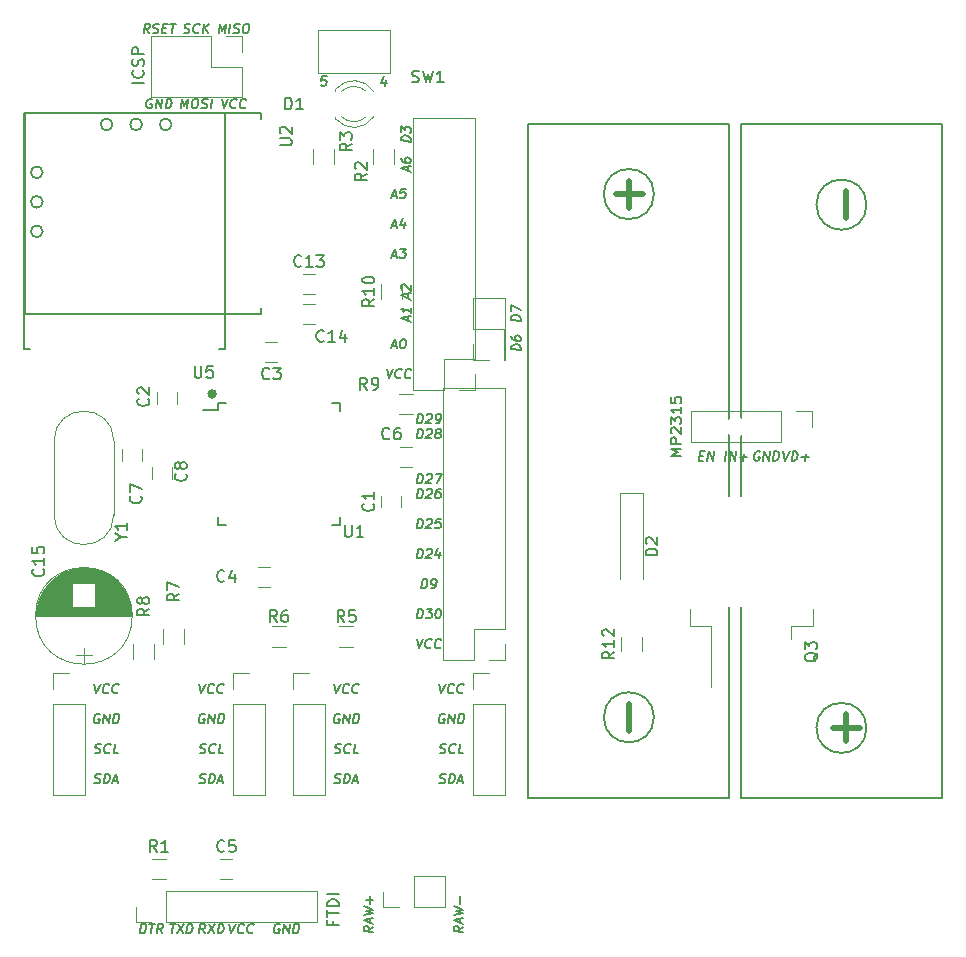
<source format=gbr>
%TF.GenerationSoftware,KiCad,Pcbnew,4.0.7*%
%TF.CreationDate,2018-08-16T22:57:57+02:00*%
%TF.ProjectId,HB-UNI-644,48422D554E492D3634342E6B69636164,2.0*%
%TF.FileFunction,Legend,Top*%
%FSLAX46Y46*%
G04 Gerber Fmt 4.6, Leading zero omitted, Abs format (unit mm)*
G04 Created by KiCad (PCBNEW 4.0.7) date 08/16/18 22:57:57*
%MOMM*%
%LPD*%
G01*
G04 APERTURE LIST*
%ADD10C,0.100000*%
%ADD11C,0.150000*%
%ADD12C,0.400000*%
%ADD13C,0.200000*%
%ADD14C,0.120000*%
%ADD15C,0.500000*%
%ADD16R,1.300000X1.500000*%
%ADD17C,1.350000*%
%ADD18R,1.800000X1.350000*%
%ADD19R,2.000000X2.000000*%
%ADD20O,2.000000X2.000000*%
%ADD21C,1.600000*%
%ADD22C,2.900000*%
%ADD23R,1.500000X1.300000*%
%ADD24R,1.250000X1.500000*%
%ADD25R,1.500000X1.250000*%
%ADD26R,1.800000X1.800000*%
%ADD27C,1.800000*%
%ADD28R,1.700000X1.700000*%
%ADD29O,1.700000X1.700000*%
%ADD30R,1.500000X0.550000*%
%ADD31R,0.550000X1.500000*%
%ADD32C,1.500000*%
%ADD33C,1.700000*%
%ADD34R,2.180000X1.600000*%
%ADD35R,1.600000X1.600000*%
%ADD36R,1.100000X4.600000*%
%ADD37R,10.800000X9.400000*%
%ADD38R,1.700000X3.300000*%
%ADD39R,1.350000X1.800000*%
%ADD40C,4.400000*%
%ADD41C,0.700000*%
G04 APERTURE END LIST*
D10*
D11*
X112018095Y-103701905D02*
X112184762Y-104501905D01*
X112551429Y-103701905D01*
X113184762Y-104425714D02*
X113141905Y-104463810D01*
X113022857Y-104501905D01*
X112946667Y-104501905D01*
X112837143Y-104463810D01*
X112770476Y-104387619D01*
X112741904Y-104311429D01*
X112722857Y-104159048D01*
X112737143Y-104044762D01*
X112794285Y-103892381D01*
X112841904Y-103816190D01*
X112927619Y-103740000D01*
X113046667Y-103701905D01*
X113122857Y-103701905D01*
X113232381Y-103740000D01*
X113265714Y-103778095D01*
X113984762Y-104425714D02*
X113941905Y-104463810D01*
X113822857Y-104501905D01*
X113746667Y-104501905D01*
X113637143Y-104463810D01*
X113570476Y-104387619D01*
X113541904Y-104311429D01*
X113522857Y-104159048D01*
X113537143Y-104044762D01*
X113594285Y-103892381D01*
X113641904Y-103816190D01*
X113727619Y-103740000D01*
X113846667Y-103701905D01*
X113922857Y-103701905D01*
X114032381Y-103740000D01*
X114065714Y-103778095D01*
X114553333Y-108311905D02*
X114653333Y-107511905D01*
X114843809Y-107511905D01*
X114953333Y-107550000D01*
X115020000Y-107626190D01*
X115048571Y-107702381D01*
X115067619Y-107854762D01*
X115053333Y-107969048D01*
X114996190Y-108121429D01*
X114948572Y-108197619D01*
X114862857Y-108273810D01*
X114743809Y-108311905D01*
X114553333Y-108311905D01*
X115405714Y-107588095D02*
X115448571Y-107550000D01*
X115529524Y-107511905D01*
X115720000Y-107511905D01*
X115791428Y-107550000D01*
X115824762Y-107588095D01*
X115853333Y-107664286D01*
X115843810Y-107740476D01*
X115791429Y-107854762D01*
X115277143Y-108311905D01*
X115772381Y-108311905D01*
X116153333Y-108311905D02*
X116305714Y-108311905D01*
X116386667Y-108273810D01*
X116429524Y-108235714D01*
X116520000Y-108121429D01*
X116577143Y-107969048D01*
X116615238Y-107664286D01*
X116586667Y-107588095D01*
X116553333Y-107550000D01*
X116481905Y-107511905D01*
X116329524Y-107511905D01*
X116248571Y-107550000D01*
X116205714Y-107588095D01*
X116158095Y-107664286D01*
X116134286Y-107854762D01*
X116162857Y-107930952D01*
X116196190Y-107969048D01*
X116267619Y-108007143D01*
X116420000Y-108007143D01*
X116500952Y-107969048D01*
X116543810Y-107930952D01*
X116591429Y-107854762D01*
X114553333Y-109581905D02*
X114653333Y-108781905D01*
X114843809Y-108781905D01*
X114953333Y-108820000D01*
X115020000Y-108896190D01*
X115048571Y-108972381D01*
X115067619Y-109124762D01*
X115053333Y-109239048D01*
X114996190Y-109391429D01*
X114948572Y-109467619D01*
X114862857Y-109543810D01*
X114743809Y-109581905D01*
X114553333Y-109581905D01*
X115405714Y-108858095D02*
X115448571Y-108820000D01*
X115529524Y-108781905D01*
X115720000Y-108781905D01*
X115791428Y-108820000D01*
X115824762Y-108858095D01*
X115853333Y-108934286D01*
X115843810Y-109010476D01*
X115791429Y-109124762D01*
X115277143Y-109581905D01*
X115772381Y-109581905D01*
X116286667Y-109124762D02*
X116215238Y-109086667D01*
X116181905Y-109048571D01*
X116153333Y-108972381D01*
X116158095Y-108934286D01*
X116205714Y-108858095D01*
X116248571Y-108820000D01*
X116329524Y-108781905D01*
X116481905Y-108781905D01*
X116553333Y-108820000D01*
X116586667Y-108858095D01*
X116615238Y-108934286D01*
X116610476Y-108972381D01*
X116562858Y-109048571D01*
X116520000Y-109086667D01*
X116439048Y-109124762D01*
X116286667Y-109124762D01*
X116205714Y-109162857D01*
X116162857Y-109200952D01*
X116115238Y-109277143D01*
X116096191Y-109429524D01*
X116124762Y-109505714D01*
X116158095Y-109543810D01*
X116229524Y-109581905D01*
X116381905Y-109581905D01*
X116462857Y-109543810D01*
X116505715Y-109505714D01*
X116553334Y-109429524D01*
X116572381Y-109277143D01*
X116543810Y-109200952D01*
X116510476Y-109162857D01*
X116439048Y-109124762D01*
X114553333Y-113391905D02*
X114653333Y-112591905D01*
X114843809Y-112591905D01*
X114953333Y-112630000D01*
X115020000Y-112706190D01*
X115048571Y-112782381D01*
X115067619Y-112934762D01*
X115053333Y-113049048D01*
X114996190Y-113201429D01*
X114948572Y-113277619D01*
X114862857Y-113353810D01*
X114743809Y-113391905D01*
X114553333Y-113391905D01*
X115405714Y-112668095D02*
X115448571Y-112630000D01*
X115529524Y-112591905D01*
X115720000Y-112591905D01*
X115791428Y-112630000D01*
X115824762Y-112668095D01*
X115853333Y-112744286D01*
X115843810Y-112820476D01*
X115791429Y-112934762D01*
X115277143Y-113391905D01*
X115772381Y-113391905D01*
X116139048Y-112591905D02*
X116672381Y-112591905D01*
X116229524Y-113391905D01*
X114553333Y-114661905D02*
X114653333Y-113861905D01*
X114843809Y-113861905D01*
X114953333Y-113900000D01*
X115020000Y-113976190D01*
X115048571Y-114052381D01*
X115067619Y-114204762D01*
X115053333Y-114319048D01*
X114996190Y-114471429D01*
X114948572Y-114547619D01*
X114862857Y-114623810D01*
X114743809Y-114661905D01*
X114553333Y-114661905D01*
X115405714Y-113938095D02*
X115448571Y-113900000D01*
X115529524Y-113861905D01*
X115720000Y-113861905D01*
X115791428Y-113900000D01*
X115824762Y-113938095D01*
X115853333Y-114014286D01*
X115843810Y-114090476D01*
X115791429Y-114204762D01*
X115277143Y-114661905D01*
X115772381Y-114661905D01*
X116558095Y-113861905D02*
X116405714Y-113861905D01*
X116324762Y-113900000D01*
X116281905Y-113938095D01*
X116191428Y-114052381D01*
X116134286Y-114204762D01*
X116096191Y-114509524D01*
X116124762Y-114585714D01*
X116158095Y-114623810D01*
X116229524Y-114661905D01*
X116381905Y-114661905D01*
X116462857Y-114623810D01*
X116505715Y-114585714D01*
X116553334Y-114509524D01*
X116577143Y-114319048D01*
X116548572Y-114242857D01*
X116515238Y-114204762D01*
X116443810Y-114166667D01*
X116291429Y-114166667D01*
X116210476Y-114204762D01*
X116167619Y-114242857D01*
X116120000Y-114319048D01*
X138481667Y-111067857D02*
X138748334Y-111067857D01*
X138810239Y-111486905D02*
X138429286Y-111486905D01*
X138529286Y-110686905D01*
X138910239Y-110686905D01*
X139153096Y-111486905D02*
X139253096Y-110686905D01*
X139610239Y-111486905D01*
X139710239Y-110686905D01*
X140645477Y-111486905D02*
X140745477Y-110686905D01*
X141026429Y-111486905D02*
X141126429Y-110686905D01*
X141483572Y-111486905D01*
X141583572Y-110686905D01*
X141902619Y-111182143D02*
X142512143Y-111182143D01*
X142169286Y-111486905D02*
X142245476Y-110877381D01*
X143585477Y-110725000D02*
X143514048Y-110686905D01*
X143399763Y-110686905D01*
X143280715Y-110725000D01*
X143195000Y-110801190D01*
X143147381Y-110877381D01*
X143090239Y-111029762D01*
X143075953Y-111144048D01*
X143095000Y-111296429D01*
X143123572Y-111372619D01*
X143190239Y-111448810D01*
X143299763Y-111486905D01*
X143375953Y-111486905D01*
X143495001Y-111448810D01*
X143537858Y-111410714D01*
X143571191Y-111144048D01*
X143418810Y-111144048D01*
X143871191Y-111486905D02*
X143971191Y-110686905D01*
X144328334Y-111486905D01*
X144428334Y-110686905D01*
X144709286Y-111486905D02*
X144809286Y-110686905D01*
X144999762Y-110686905D01*
X145109286Y-110725000D01*
X145175953Y-110801190D01*
X145204524Y-110877381D01*
X145223572Y-111029762D01*
X145209286Y-111144048D01*
X145152143Y-111296429D01*
X145104525Y-111372619D01*
X145018810Y-111448810D01*
X144899762Y-111486905D01*
X144709286Y-111486905D01*
X145577857Y-110686905D02*
X145744524Y-111486905D01*
X146111191Y-110686905D01*
X146277857Y-111486905D02*
X146377857Y-110686905D01*
X146568333Y-110686905D01*
X146677857Y-110725000D01*
X146744524Y-110801190D01*
X146773095Y-110877381D01*
X146792143Y-111029762D01*
X146777857Y-111144048D01*
X146720714Y-111296429D01*
X146673096Y-111372619D01*
X146587381Y-111448810D01*
X146468333Y-111486905D01*
X146277857Y-111486905D01*
X147115952Y-111182143D02*
X147725476Y-111182143D01*
X147382619Y-111486905D02*
X147458809Y-110877381D01*
X136932143Y-111049285D02*
X136032143Y-111049285D01*
X136675000Y-110749285D01*
X136032143Y-110449285D01*
X136932143Y-110449285D01*
X136932143Y-110020714D02*
X136032143Y-110020714D01*
X136032143Y-109677857D01*
X136075000Y-109592143D01*
X136117857Y-109549286D01*
X136203571Y-109506429D01*
X136332143Y-109506429D01*
X136417857Y-109549286D01*
X136460714Y-109592143D01*
X136503571Y-109677857D01*
X136503571Y-110020714D01*
X136117857Y-109163571D02*
X136075000Y-109120714D01*
X136032143Y-109035000D01*
X136032143Y-108820714D01*
X136075000Y-108735000D01*
X136117857Y-108692143D01*
X136203571Y-108649286D01*
X136289286Y-108649286D01*
X136417857Y-108692143D01*
X136932143Y-109206429D01*
X136932143Y-108649286D01*
X136032143Y-108349286D02*
X136032143Y-107792143D01*
X136375000Y-108092143D01*
X136375000Y-107963571D01*
X136417857Y-107877857D01*
X136460714Y-107835000D01*
X136546429Y-107792143D01*
X136760714Y-107792143D01*
X136846429Y-107835000D01*
X136889286Y-107877857D01*
X136932143Y-107963571D01*
X136932143Y-108220714D01*
X136889286Y-108306428D01*
X136846429Y-108349286D01*
X136932143Y-106935000D02*
X136932143Y-107449285D01*
X136932143Y-107192143D02*
X136032143Y-107192143D01*
X136160714Y-107277857D01*
X136246429Y-107363571D01*
X136289286Y-107449285D01*
X136032143Y-106120714D02*
X136032143Y-106549285D01*
X136460714Y-106592142D01*
X136417857Y-106549285D01*
X136375000Y-106463571D01*
X136375000Y-106249285D01*
X136417857Y-106163571D01*
X136460714Y-106120714D01*
X136546429Y-106077857D01*
X136760714Y-106077857D01*
X136846429Y-106120714D01*
X136889286Y-106163571D01*
X136932143Y-106249285D01*
X136932143Y-106463571D01*
X136889286Y-106549285D01*
X136846429Y-106592142D01*
X111933810Y-79203571D02*
X111867143Y-79736905D01*
X111781429Y-78898810D02*
X111519524Y-79470238D01*
X112014762Y-79470238D01*
X106925239Y-78936905D02*
X106544286Y-78936905D01*
X106458572Y-79317857D01*
X106501429Y-79279762D01*
X106582382Y-79241667D01*
X106772858Y-79241667D01*
X106844286Y-79279762D01*
X106877620Y-79317857D01*
X106906191Y-79394048D01*
X106882382Y-79584524D01*
X106834763Y-79660714D01*
X106791905Y-79698810D01*
X106710953Y-79736905D01*
X106520477Y-79736905D01*
X106449048Y-79698810D01*
X106415715Y-79660714D01*
X114558095Y-126561905D02*
X114724762Y-127361905D01*
X115091429Y-126561905D01*
X115724762Y-127285714D02*
X115681905Y-127323810D01*
X115562857Y-127361905D01*
X115486667Y-127361905D01*
X115377143Y-127323810D01*
X115310476Y-127247619D01*
X115281904Y-127171429D01*
X115262857Y-127019048D01*
X115277143Y-126904762D01*
X115334285Y-126752381D01*
X115381904Y-126676190D01*
X115467619Y-126600000D01*
X115586667Y-126561905D01*
X115662857Y-126561905D01*
X115772381Y-126600000D01*
X115805714Y-126638095D01*
X116524762Y-127285714D02*
X116481905Y-127323810D01*
X116362857Y-127361905D01*
X116286667Y-127361905D01*
X116177143Y-127323810D01*
X116110476Y-127247619D01*
X116081904Y-127171429D01*
X116062857Y-127019048D01*
X116077143Y-126904762D01*
X116134285Y-126752381D01*
X116181904Y-126676190D01*
X116267619Y-126600000D01*
X116386667Y-126561905D01*
X116462857Y-126561905D01*
X116572381Y-126600000D01*
X116605714Y-126638095D01*
D12*
X97419000Y-105819000D02*
G75*
G03X97419000Y-105819000I-200000J0D01*
G01*
D11*
X114553333Y-124821905D02*
X114653333Y-124021905D01*
X114843809Y-124021905D01*
X114953333Y-124060000D01*
X115020000Y-124136190D01*
X115048571Y-124212381D01*
X115067619Y-124364762D01*
X115053333Y-124479048D01*
X114996190Y-124631429D01*
X114948572Y-124707619D01*
X114862857Y-124783810D01*
X114743809Y-124821905D01*
X114553333Y-124821905D01*
X115377143Y-124021905D02*
X115872381Y-124021905D01*
X115567619Y-124326667D01*
X115681905Y-124326667D01*
X115753333Y-124364762D01*
X115786667Y-124402857D01*
X115815238Y-124479048D01*
X115791429Y-124669524D01*
X115743810Y-124745714D01*
X115700952Y-124783810D01*
X115620000Y-124821905D01*
X115391428Y-124821905D01*
X115320000Y-124783810D01*
X115286667Y-124745714D01*
X116367619Y-124021905D02*
X116443810Y-124021905D01*
X116515238Y-124060000D01*
X116548571Y-124098095D01*
X116577143Y-124174286D01*
X116596191Y-124326667D01*
X116572381Y-124517143D01*
X116515239Y-124669524D01*
X116467619Y-124745714D01*
X116424762Y-124783810D01*
X116343810Y-124821905D01*
X116267619Y-124821905D01*
X116196191Y-124783810D01*
X116162857Y-124745714D01*
X116134286Y-124669524D01*
X116115238Y-124517143D01*
X116139048Y-124326667D01*
X116196190Y-124174286D01*
X116243809Y-124098095D01*
X116286667Y-124060000D01*
X116367619Y-124021905D01*
X114934286Y-122281905D02*
X115034286Y-121481905D01*
X115224762Y-121481905D01*
X115334286Y-121520000D01*
X115400953Y-121596190D01*
X115429524Y-121672381D01*
X115448572Y-121824762D01*
X115434286Y-121939048D01*
X115377143Y-122091429D01*
X115329525Y-122167619D01*
X115243810Y-122243810D01*
X115124762Y-122281905D01*
X114934286Y-122281905D01*
X115772381Y-122281905D02*
X115924762Y-122281905D01*
X116005715Y-122243810D01*
X116048572Y-122205714D01*
X116139048Y-122091429D01*
X116196191Y-121939048D01*
X116234286Y-121634286D01*
X116205715Y-121558095D01*
X116172381Y-121520000D01*
X116100953Y-121481905D01*
X115948572Y-121481905D01*
X115867619Y-121520000D01*
X115824762Y-121558095D01*
X115777143Y-121634286D01*
X115753334Y-121824762D01*
X115781905Y-121900952D01*
X115815238Y-121939048D01*
X115886667Y-121977143D01*
X116039048Y-121977143D01*
X116120000Y-121939048D01*
X116162858Y-121900952D01*
X116210477Y-121824762D01*
X114553333Y-119741905D02*
X114653333Y-118941905D01*
X114843809Y-118941905D01*
X114953333Y-118980000D01*
X115020000Y-119056190D01*
X115048571Y-119132381D01*
X115067619Y-119284762D01*
X115053333Y-119399048D01*
X114996190Y-119551429D01*
X114948572Y-119627619D01*
X114862857Y-119703810D01*
X114743809Y-119741905D01*
X114553333Y-119741905D01*
X115405714Y-119018095D02*
X115448571Y-118980000D01*
X115529524Y-118941905D01*
X115720000Y-118941905D01*
X115791428Y-118980000D01*
X115824762Y-119018095D01*
X115853333Y-119094286D01*
X115843810Y-119170476D01*
X115791429Y-119284762D01*
X115277143Y-119741905D01*
X115772381Y-119741905D01*
X116524762Y-119208571D02*
X116458095Y-119741905D01*
X116372381Y-118903810D02*
X116110476Y-119475238D01*
X116605714Y-119475238D01*
X114553333Y-117201905D02*
X114653333Y-116401905D01*
X114843809Y-116401905D01*
X114953333Y-116440000D01*
X115020000Y-116516190D01*
X115048571Y-116592381D01*
X115067619Y-116744762D01*
X115053333Y-116859048D01*
X114996190Y-117011429D01*
X114948572Y-117087619D01*
X114862857Y-117163810D01*
X114743809Y-117201905D01*
X114553333Y-117201905D01*
X115405714Y-116478095D02*
X115448571Y-116440000D01*
X115529524Y-116401905D01*
X115720000Y-116401905D01*
X115791428Y-116440000D01*
X115824762Y-116478095D01*
X115853333Y-116554286D01*
X115843810Y-116630476D01*
X115791429Y-116744762D01*
X115277143Y-117201905D01*
X115772381Y-117201905D01*
X116596191Y-116401905D02*
X116215238Y-116401905D01*
X116129524Y-116782857D01*
X116172381Y-116744762D01*
X116253334Y-116706667D01*
X116443810Y-116706667D01*
X116515238Y-116744762D01*
X116548572Y-116782857D01*
X116577143Y-116859048D01*
X116553334Y-117049524D01*
X116505715Y-117125714D01*
X116462857Y-117163810D01*
X116381905Y-117201905D01*
X116191429Y-117201905D01*
X116120000Y-117163810D01*
X116086667Y-117125714D01*
X123361905Y-99635714D02*
X122561905Y-99535714D01*
X122561905Y-99345238D01*
X122600000Y-99235714D01*
X122676190Y-99169047D01*
X122752381Y-99140476D01*
X122904762Y-99121428D01*
X123019048Y-99135714D01*
X123171429Y-99192857D01*
X123247619Y-99240475D01*
X123323810Y-99326190D01*
X123361905Y-99445238D01*
X123361905Y-99635714D01*
X122561905Y-98811904D02*
X122561905Y-98278571D01*
X123361905Y-98721428D01*
X123361905Y-102135714D02*
X122561905Y-102035714D01*
X122561905Y-101845238D01*
X122600000Y-101735714D01*
X122676190Y-101669047D01*
X122752381Y-101640476D01*
X122904762Y-101621428D01*
X123019048Y-101635714D01*
X123171429Y-101692857D01*
X123247619Y-101740475D01*
X123323810Y-101826190D01*
X123361905Y-101945238D01*
X123361905Y-102135714D01*
X122561905Y-100892857D02*
X122561905Y-101045238D01*
X122600000Y-101126190D01*
X122638095Y-101169047D01*
X122752381Y-101259524D01*
X122904762Y-101316666D01*
X123209524Y-101354761D01*
X123285714Y-101326190D01*
X123323810Y-101292857D01*
X123361905Y-101221428D01*
X123361905Y-101069047D01*
X123323810Y-100988095D01*
X123285714Y-100945237D01*
X123209524Y-100897618D01*
X123019048Y-100873809D01*
X122942857Y-100902380D01*
X122904762Y-100935714D01*
X122866667Y-101007142D01*
X122866667Y-101159523D01*
X122904762Y-101240476D01*
X122942857Y-101283333D01*
X123019048Y-101330952D01*
X112441905Y-101733333D02*
X112822857Y-101733333D01*
X112337143Y-101961905D02*
X112703810Y-101161905D01*
X112870477Y-101961905D01*
X113389524Y-101161905D02*
X113465715Y-101161905D01*
X113537143Y-101200000D01*
X113570476Y-101238095D01*
X113599048Y-101314286D01*
X113618096Y-101466667D01*
X113594286Y-101657143D01*
X113537144Y-101809524D01*
X113489524Y-101885714D01*
X113446667Y-101923810D01*
X113365715Y-101961905D01*
X113289524Y-101961905D01*
X113218096Y-101923810D01*
X113184762Y-101885714D01*
X113156191Y-101809524D01*
X113137143Y-101657143D01*
X113160953Y-101466667D01*
X113218095Y-101314286D01*
X113265714Y-101238095D01*
X113308572Y-101200000D01*
X113389524Y-101161905D01*
X113798333Y-99648095D02*
X113798333Y-99267143D01*
X114026905Y-99752857D02*
X113226905Y-99386190D01*
X114026905Y-99219523D01*
X114026905Y-98533809D02*
X114026905Y-98990952D01*
X114026905Y-98762381D02*
X113226905Y-98662381D01*
X113341190Y-98752857D01*
X113417381Y-98838572D01*
X113455476Y-98919523D01*
X113798333Y-97743095D02*
X113798333Y-97362143D01*
X114026905Y-97847857D02*
X113226905Y-97481190D01*
X114026905Y-97314523D01*
X113303095Y-96995476D02*
X113265000Y-96952619D01*
X113226905Y-96871666D01*
X113226905Y-96681190D01*
X113265000Y-96609762D01*
X113303095Y-96576428D01*
X113379286Y-96547857D01*
X113455476Y-96557380D01*
X113569762Y-96609761D01*
X114026905Y-97124047D01*
X114026905Y-96628809D01*
X112441905Y-94113333D02*
X112822857Y-94113333D01*
X112337143Y-94341905D02*
X112703810Y-93541905D01*
X112870477Y-94341905D01*
X113160953Y-93541905D02*
X113656191Y-93541905D01*
X113351429Y-93846667D01*
X113465715Y-93846667D01*
X113537143Y-93884762D01*
X113570477Y-93922857D01*
X113599048Y-93999048D01*
X113575239Y-94189524D01*
X113527620Y-94265714D01*
X113484762Y-94303810D01*
X113403810Y-94341905D01*
X113175238Y-94341905D01*
X113103810Y-94303810D01*
X113070477Y-94265714D01*
X112441905Y-91573333D02*
X112822857Y-91573333D01*
X112337143Y-91801905D02*
X112703810Y-91001905D01*
X112870477Y-91801905D01*
X113546667Y-91268571D02*
X113480000Y-91801905D01*
X113394286Y-90963810D02*
X113132381Y-91535238D01*
X113627619Y-91535238D01*
X112441905Y-89033333D02*
X112822857Y-89033333D01*
X112337143Y-89261905D02*
X112703810Y-88461905D01*
X112870477Y-89261905D01*
X113618096Y-88461905D02*
X113237143Y-88461905D01*
X113151429Y-88842857D01*
X113194286Y-88804762D01*
X113275239Y-88766667D01*
X113465715Y-88766667D01*
X113537143Y-88804762D01*
X113570477Y-88842857D01*
X113599048Y-88919048D01*
X113575239Y-89109524D01*
X113527620Y-89185714D01*
X113484762Y-89223810D01*
X113403810Y-89261905D01*
X113213334Y-89261905D01*
X113141905Y-89223810D01*
X113108572Y-89185714D01*
X113798333Y-86948095D02*
X113798333Y-86567143D01*
X114026905Y-87052857D02*
X113226905Y-86686190D01*
X114026905Y-86519523D01*
X113226905Y-85810000D02*
X113226905Y-85962381D01*
X113265000Y-86043333D01*
X113303095Y-86086190D01*
X113417381Y-86176667D01*
X113569762Y-86233809D01*
X113874524Y-86271904D01*
X113950714Y-86243333D01*
X113988810Y-86210000D01*
X114026905Y-86138571D01*
X114026905Y-85986190D01*
X113988810Y-85905238D01*
X113950714Y-85862380D01*
X113874524Y-85814761D01*
X113684048Y-85790952D01*
X113607857Y-85819523D01*
X113569762Y-85852857D01*
X113531667Y-85924285D01*
X113531667Y-86076666D01*
X113569762Y-86157619D01*
X113607857Y-86200476D01*
X113684048Y-86248095D01*
X114026905Y-84455714D02*
X113226905Y-84355714D01*
X113226905Y-84165238D01*
X113265000Y-84055714D01*
X113341190Y-83989047D01*
X113417381Y-83960476D01*
X113569762Y-83941428D01*
X113684048Y-83955714D01*
X113836429Y-84012857D01*
X113912619Y-84060475D01*
X113988810Y-84146190D01*
X114026905Y-84265238D01*
X114026905Y-84455714D01*
X113226905Y-83631904D02*
X113226905Y-83136666D01*
X113531667Y-83441428D01*
X113531667Y-83327142D01*
X113569762Y-83255714D01*
X113607857Y-83222380D01*
X113684048Y-83193809D01*
X113874524Y-83217618D01*
X113950714Y-83265237D01*
X113988810Y-83308095D01*
X114026905Y-83389047D01*
X114026905Y-83617619D01*
X113988810Y-83689047D01*
X113950714Y-83722380D01*
X94582619Y-81641905D02*
X94682619Y-80841905D01*
X94877857Y-81413333D01*
X95215953Y-80841905D01*
X95115953Y-81641905D01*
X95749286Y-80841905D02*
X95901667Y-80841905D01*
X95973096Y-80880000D01*
X96039762Y-80956190D01*
X96058810Y-81108571D01*
X96025476Y-81375238D01*
X95968334Y-81527619D01*
X95882620Y-81603810D01*
X95801667Y-81641905D01*
X95649286Y-81641905D01*
X95577858Y-81603810D01*
X95511191Y-81527619D01*
X95492143Y-81375238D01*
X95525477Y-81108571D01*
X95582619Y-80956190D01*
X95668334Y-80880000D01*
X95749286Y-80841905D01*
X96301667Y-81603810D02*
X96411191Y-81641905D01*
X96601667Y-81641905D01*
X96682619Y-81603810D01*
X96725477Y-81565714D01*
X96773096Y-81489524D01*
X96782619Y-81413333D01*
X96754048Y-81337143D01*
X96720714Y-81299048D01*
X96649286Y-81260952D01*
X96501667Y-81222857D01*
X96430238Y-81184762D01*
X96396905Y-81146667D01*
X96368334Y-81070476D01*
X96377857Y-80994286D01*
X96425476Y-80918095D01*
X96468333Y-80880000D01*
X96549286Y-80841905D01*
X96739762Y-80841905D01*
X96849286Y-80880000D01*
X97096905Y-81641905D02*
X97196905Y-80841905D01*
X98048095Y-80841905D02*
X98214762Y-81641905D01*
X98581429Y-80841905D01*
X99214762Y-81565714D02*
X99171905Y-81603810D01*
X99052857Y-81641905D01*
X98976667Y-81641905D01*
X98867143Y-81603810D01*
X98800476Y-81527619D01*
X98771904Y-81451429D01*
X98752857Y-81299048D01*
X98767143Y-81184762D01*
X98824285Y-81032381D01*
X98871904Y-80956190D01*
X98957619Y-80880000D01*
X99076667Y-80841905D01*
X99152857Y-80841905D01*
X99262381Y-80880000D01*
X99295714Y-80918095D01*
X100014762Y-81565714D02*
X99971905Y-81603810D01*
X99852857Y-81641905D01*
X99776667Y-81641905D01*
X99667143Y-81603810D01*
X99600476Y-81527619D01*
X99571904Y-81451429D01*
X99552857Y-81299048D01*
X99567143Y-81184762D01*
X99624285Y-81032381D01*
X99671904Y-80956190D01*
X99757619Y-80880000D01*
X99876667Y-80841905D01*
X99952857Y-80841905D01*
X100062381Y-80880000D01*
X100095714Y-80918095D01*
X92150477Y-80880000D02*
X92079048Y-80841905D01*
X91964763Y-80841905D01*
X91845715Y-80880000D01*
X91760000Y-80956190D01*
X91712381Y-81032381D01*
X91655239Y-81184762D01*
X91640953Y-81299048D01*
X91660000Y-81451429D01*
X91688572Y-81527619D01*
X91755239Y-81603810D01*
X91864763Y-81641905D01*
X91940953Y-81641905D01*
X92060001Y-81603810D01*
X92102858Y-81565714D01*
X92136191Y-81299048D01*
X91983810Y-81299048D01*
X92436191Y-81641905D02*
X92536191Y-80841905D01*
X92893334Y-81641905D01*
X92993334Y-80841905D01*
X93274286Y-81641905D02*
X93374286Y-80841905D01*
X93564762Y-80841905D01*
X93674286Y-80880000D01*
X93740953Y-80956190D01*
X93769524Y-81032381D01*
X93788572Y-81184762D01*
X93774286Y-81299048D01*
X93717143Y-81451429D01*
X93669525Y-81527619D01*
X93583810Y-81603810D01*
X93464762Y-81641905D01*
X93274286Y-81641905D01*
X97757619Y-75291905D02*
X97857619Y-74491905D01*
X98052857Y-75063333D01*
X98390953Y-74491905D01*
X98290953Y-75291905D01*
X98671905Y-75291905D02*
X98771905Y-74491905D01*
X99019524Y-75253810D02*
X99129048Y-75291905D01*
X99319524Y-75291905D01*
X99400476Y-75253810D01*
X99443334Y-75215714D01*
X99490953Y-75139524D01*
X99500476Y-75063333D01*
X99471905Y-74987143D01*
X99438571Y-74949048D01*
X99367143Y-74910952D01*
X99219524Y-74872857D01*
X99148095Y-74834762D01*
X99114762Y-74796667D01*
X99086191Y-74720476D01*
X99095714Y-74644286D01*
X99143333Y-74568095D01*
X99186190Y-74530000D01*
X99267143Y-74491905D01*
X99457619Y-74491905D01*
X99567143Y-74530000D01*
X100067143Y-74491905D02*
X100219524Y-74491905D01*
X100290953Y-74530000D01*
X100357619Y-74606190D01*
X100376667Y-74758571D01*
X100343333Y-75025238D01*
X100286191Y-75177619D01*
X100200477Y-75253810D01*
X100119524Y-75291905D01*
X99967143Y-75291905D01*
X99895715Y-75253810D01*
X99829048Y-75177619D01*
X99810000Y-75025238D01*
X99843334Y-74758571D01*
X99900476Y-74606190D01*
X99986191Y-74530000D01*
X100067143Y-74491905D01*
X94815953Y-75253810D02*
X94925477Y-75291905D01*
X95115953Y-75291905D01*
X95196905Y-75253810D01*
X95239763Y-75215714D01*
X95287382Y-75139524D01*
X95296905Y-75063333D01*
X95268334Y-74987143D01*
X95235000Y-74949048D01*
X95163572Y-74910952D01*
X95015953Y-74872857D01*
X94944524Y-74834762D01*
X94911191Y-74796667D01*
X94882620Y-74720476D01*
X94892143Y-74644286D01*
X94939762Y-74568095D01*
X94982619Y-74530000D01*
X95063572Y-74491905D01*
X95254048Y-74491905D01*
X95363572Y-74530000D01*
X96077858Y-75215714D02*
X96035001Y-75253810D01*
X95915953Y-75291905D01*
X95839763Y-75291905D01*
X95730239Y-75253810D01*
X95663572Y-75177619D01*
X95635000Y-75101429D01*
X95615953Y-74949048D01*
X95630239Y-74834762D01*
X95687381Y-74682381D01*
X95735000Y-74606190D01*
X95820715Y-74530000D01*
X95939763Y-74491905D01*
X96015953Y-74491905D01*
X96125477Y-74530000D01*
X96158810Y-74568095D01*
X96411191Y-75291905D02*
X96511191Y-74491905D01*
X96868334Y-75291905D02*
X96582620Y-74834762D01*
X96968334Y-74491905D02*
X96454048Y-74949048D01*
X91864762Y-75291905D02*
X91645714Y-74910952D01*
X91407619Y-75291905D02*
X91507619Y-74491905D01*
X91812381Y-74491905D01*
X91883810Y-74530000D01*
X91917143Y-74568095D01*
X91945714Y-74644286D01*
X91931429Y-74758571D01*
X91883810Y-74834762D01*
X91840953Y-74872857D01*
X91760000Y-74910952D01*
X91455238Y-74910952D01*
X92174286Y-75253810D02*
X92283810Y-75291905D01*
X92474286Y-75291905D01*
X92555238Y-75253810D01*
X92598096Y-75215714D01*
X92645715Y-75139524D01*
X92655238Y-75063333D01*
X92626667Y-74987143D01*
X92593333Y-74949048D01*
X92521905Y-74910952D01*
X92374286Y-74872857D01*
X92302857Y-74834762D01*
X92269524Y-74796667D01*
X92240953Y-74720476D01*
X92250476Y-74644286D01*
X92298095Y-74568095D01*
X92340952Y-74530000D01*
X92421905Y-74491905D01*
X92612381Y-74491905D01*
X92721905Y-74530000D01*
X93021905Y-74872857D02*
X93288572Y-74872857D01*
X93350477Y-75291905D02*
X92969524Y-75291905D01*
X93069524Y-74491905D01*
X93450477Y-74491905D01*
X93679048Y-74491905D02*
X94136191Y-74491905D01*
X93807620Y-75291905D02*
X93907620Y-74491905D01*
X107428571Y-150476190D02*
X107428571Y-150809524D01*
X107952381Y-150809524D02*
X106952381Y-150809524D01*
X106952381Y-150333333D01*
X106952381Y-150095238D02*
X106952381Y-149523809D01*
X107952381Y-149809524D02*
X106952381Y-149809524D01*
X107952381Y-149190476D02*
X106952381Y-149190476D01*
X106952381Y-148952381D01*
X107000000Y-148809523D01*
X107095238Y-148714285D01*
X107190476Y-148666666D01*
X107380952Y-148619047D01*
X107523810Y-148619047D01*
X107714286Y-148666666D01*
X107809524Y-148714285D01*
X107904762Y-148809523D01*
X107952381Y-148952381D01*
X107952381Y-149190476D01*
X107952381Y-148190476D02*
X106952381Y-148190476D01*
X116463095Y-130371905D02*
X116629762Y-131171905D01*
X116996429Y-130371905D01*
X117629762Y-131095714D02*
X117586905Y-131133810D01*
X117467857Y-131171905D01*
X117391667Y-131171905D01*
X117282143Y-131133810D01*
X117215476Y-131057619D01*
X117186904Y-130981429D01*
X117167857Y-130829048D01*
X117182143Y-130714762D01*
X117239285Y-130562381D01*
X117286904Y-130486190D01*
X117372619Y-130410000D01*
X117491667Y-130371905D01*
X117567857Y-130371905D01*
X117677381Y-130410000D01*
X117710714Y-130448095D01*
X118429762Y-131095714D02*
X118386905Y-131133810D01*
X118267857Y-131171905D01*
X118191667Y-131171905D01*
X118082143Y-131133810D01*
X118015476Y-131057619D01*
X117986904Y-130981429D01*
X117967857Y-130829048D01*
X117982143Y-130714762D01*
X118039285Y-130562381D01*
X118086904Y-130486190D01*
X118172619Y-130410000D01*
X118291667Y-130371905D01*
X118367857Y-130371905D01*
X118477381Y-130410000D01*
X118510714Y-130448095D01*
X116915477Y-132950000D02*
X116844048Y-132911905D01*
X116729763Y-132911905D01*
X116610715Y-132950000D01*
X116525000Y-133026190D01*
X116477381Y-133102381D01*
X116420239Y-133254762D01*
X116405953Y-133369048D01*
X116425000Y-133521429D01*
X116453572Y-133597619D01*
X116520239Y-133673810D01*
X116629763Y-133711905D01*
X116705953Y-133711905D01*
X116825001Y-133673810D01*
X116867858Y-133635714D01*
X116901191Y-133369048D01*
X116748810Y-133369048D01*
X117201191Y-133711905D02*
X117301191Y-132911905D01*
X117658334Y-133711905D01*
X117758334Y-132911905D01*
X118039286Y-133711905D02*
X118139286Y-132911905D01*
X118329762Y-132911905D01*
X118439286Y-132950000D01*
X118505953Y-133026190D01*
X118534524Y-133102381D01*
X118553572Y-133254762D01*
X118539286Y-133369048D01*
X118482143Y-133521429D01*
X118434525Y-133597619D01*
X118348810Y-133673810D01*
X118229762Y-133711905D01*
X118039286Y-133711905D01*
X116482143Y-136213810D02*
X116591667Y-136251905D01*
X116782143Y-136251905D01*
X116863095Y-136213810D01*
X116905953Y-136175714D01*
X116953572Y-136099524D01*
X116963095Y-136023333D01*
X116934524Y-135947143D01*
X116901190Y-135909048D01*
X116829762Y-135870952D01*
X116682143Y-135832857D01*
X116610714Y-135794762D01*
X116577381Y-135756667D01*
X116548810Y-135680476D01*
X116558333Y-135604286D01*
X116605952Y-135528095D01*
X116648809Y-135490000D01*
X116729762Y-135451905D01*
X116920238Y-135451905D01*
X117029762Y-135490000D01*
X117744048Y-136175714D02*
X117701191Y-136213810D01*
X117582143Y-136251905D01*
X117505953Y-136251905D01*
X117396429Y-136213810D01*
X117329762Y-136137619D01*
X117301190Y-136061429D01*
X117282143Y-135909048D01*
X117296429Y-135794762D01*
X117353571Y-135642381D01*
X117401190Y-135566190D01*
X117486905Y-135490000D01*
X117605953Y-135451905D01*
X117682143Y-135451905D01*
X117791667Y-135490000D01*
X117825000Y-135528095D01*
X118458334Y-136251905D02*
X118077381Y-136251905D01*
X118177381Y-135451905D01*
X116463096Y-138753810D02*
X116572620Y-138791905D01*
X116763096Y-138791905D01*
X116844048Y-138753810D01*
X116886906Y-138715714D01*
X116934525Y-138639524D01*
X116944048Y-138563333D01*
X116915477Y-138487143D01*
X116882143Y-138449048D01*
X116810715Y-138410952D01*
X116663096Y-138372857D01*
X116591667Y-138334762D01*
X116558334Y-138296667D01*
X116529763Y-138220476D01*
X116539286Y-138144286D01*
X116586905Y-138068095D01*
X116629762Y-138030000D01*
X116710715Y-137991905D01*
X116901191Y-137991905D01*
X117010715Y-138030000D01*
X117258334Y-138791905D02*
X117358334Y-137991905D01*
X117548810Y-137991905D01*
X117658334Y-138030000D01*
X117725001Y-138106190D01*
X117753572Y-138182381D01*
X117772620Y-138334762D01*
X117758334Y-138449048D01*
X117701191Y-138601429D01*
X117653573Y-138677619D01*
X117567858Y-138753810D01*
X117448810Y-138791905D01*
X117258334Y-138791905D01*
X118048810Y-138563333D02*
X118429762Y-138563333D01*
X117944048Y-138791905D02*
X118310715Y-137991905D01*
X118477382Y-138791905D01*
X107573096Y-138753810D02*
X107682620Y-138791905D01*
X107873096Y-138791905D01*
X107954048Y-138753810D01*
X107996906Y-138715714D01*
X108044525Y-138639524D01*
X108054048Y-138563333D01*
X108025477Y-138487143D01*
X107992143Y-138449048D01*
X107920715Y-138410952D01*
X107773096Y-138372857D01*
X107701667Y-138334762D01*
X107668334Y-138296667D01*
X107639763Y-138220476D01*
X107649286Y-138144286D01*
X107696905Y-138068095D01*
X107739762Y-138030000D01*
X107820715Y-137991905D01*
X108011191Y-137991905D01*
X108120715Y-138030000D01*
X108368334Y-138791905D02*
X108468334Y-137991905D01*
X108658810Y-137991905D01*
X108768334Y-138030000D01*
X108835001Y-138106190D01*
X108863572Y-138182381D01*
X108882620Y-138334762D01*
X108868334Y-138449048D01*
X108811191Y-138601429D01*
X108763573Y-138677619D01*
X108677858Y-138753810D01*
X108558810Y-138791905D01*
X108368334Y-138791905D01*
X109158810Y-138563333D02*
X109539762Y-138563333D01*
X109054048Y-138791905D02*
X109420715Y-137991905D01*
X109587382Y-138791905D01*
X107592143Y-136213810D02*
X107701667Y-136251905D01*
X107892143Y-136251905D01*
X107973095Y-136213810D01*
X108015953Y-136175714D01*
X108063572Y-136099524D01*
X108073095Y-136023333D01*
X108044524Y-135947143D01*
X108011190Y-135909048D01*
X107939762Y-135870952D01*
X107792143Y-135832857D01*
X107720714Y-135794762D01*
X107687381Y-135756667D01*
X107658810Y-135680476D01*
X107668333Y-135604286D01*
X107715952Y-135528095D01*
X107758809Y-135490000D01*
X107839762Y-135451905D01*
X108030238Y-135451905D01*
X108139762Y-135490000D01*
X108854048Y-136175714D02*
X108811191Y-136213810D01*
X108692143Y-136251905D01*
X108615953Y-136251905D01*
X108506429Y-136213810D01*
X108439762Y-136137619D01*
X108411190Y-136061429D01*
X108392143Y-135909048D01*
X108406429Y-135794762D01*
X108463571Y-135642381D01*
X108511190Y-135566190D01*
X108596905Y-135490000D01*
X108715953Y-135451905D01*
X108792143Y-135451905D01*
X108901667Y-135490000D01*
X108935000Y-135528095D01*
X109568334Y-136251905D02*
X109187381Y-136251905D01*
X109287381Y-135451905D01*
X108025477Y-132950000D02*
X107954048Y-132911905D01*
X107839763Y-132911905D01*
X107720715Y-132950000D01*
X107635000Y-133026190D01*
X107587381Y-133102381D01*
X107530239Y-133254762D01*
X107515953Y-133369048D01*
X107535000Y-133521429D01*
X107563572Y-133597619D01*
X107630239Y-133673810D01*
X107739763Y-133711905D01*
X107815953Y-133711905D01*
X107935001Y-133673810D01*
X107977858Y-133635714D01*
X108011191Y-133369048D01*
X107858810Y-133369048D01*
X108311191Y-133711905D02*
X108411191Y-132911905D01*
X108768334Y-133711905D01*
X108868334Y-132911905D01*
X109149286Y-133711905D02*
X109249286Y-132911905D01*
X109439762Y-132911905D01*
X109549286Y-132950000D01*
X109615953Y-133026190D01*
X109644524Y-133102381D01*
X109663572Y-133254762D01*
X109649286Y-133369048D01*
X109592143Y-133521429D01*
X109544525Y-133597619D01*
X109458810Y-133673810D01*
X109339762Y-133711905D01*
X109149286Y-133711905D01*
X107573095Y-130371905D02*
X107739762Y-131171905D01*
X108106429Y-130371905D01*
X108739762Y-131095714D02*
X108696905Y-131133810D01*
X108577857Y-131171905D01*
X108501667Y-131171905D01*
X108392143Y-131133810D01*
X108325476Y-131057619D01*
X108296904Y-130981429D01*
X108277857Y-130829048D01*
X108292143Y-130714762D01*
X108349285Y-130562381D01*
X108396904Y-130486190D01*
X108482619Y-130410000D01*
X108601667Y-130371905D01*
X108677857Y-130371905D01*
X108787381Y-130410000D01*
X108820714Y-130448095D01*
X109539762Y-131095714D02*
X109496905Y-131133810D01*
X109377857Y-131171905D01*
X109301667Y-131171905D01*
X109192143Y-131133810D01*
X109125476Y-131057619D01*
X109096904Y-130981429D01*
X109077857Y-130829048D01*
X109092143Y-130714762D01*
X109149285Y-130562381D01*
X109196904Y-130486190D01*
X109282619Y-130410000D01*
X109401667Y-130371905D01*
X109477857Y-130371905D01*
X109587381Y-130410000D01*
X109620714Y-130448095D01*
X96143095Y-130371905D02*
X96309762Y-131171905D01*
X96676429Y-130371905D01*
X97309762Y-131095714D02*
X97266905Y-131133810D01*
X97147857Y-131171905D01*
X97071667Y-131171905D01*
X96962143Y-131133810D01*
X96895476Y-131057619D01*
X96866904Y-130981429D01*
X96847857Y-130829048D01*
X96862143Y-130714762D01*
X96919285Y-130562381D01*
X96966904Y-130486190D01*
X97052619Y-130410000D01*
X97171667Y-130371905D01*
X97247857Y-130371905D01*
X97357381Y-130410000D01*
X97390714Y-130448095D01*
X98109762Y-131095714D02*
X98066905Y-131133810D01*
X97947857Y-131171905D01*
X97871667Y-131171905D01*
X97762143Y-131133810D01*
X97695476Y-131057619D01*
X97666904Y-130981429D01*
X97647857Y-130829048D01*
X97662143Y-130714762D01*
X97719285Y-130562381D01*
X97766904Y-130486190D01*
X97852619Y-130410000D01*
X97971667Y-130371905D01*
X98047857Y-130371905D01*
X98157381Y-130410000D01*
X98190714Y-130448095D01*
X96595477Y-132950000D02*
X96524048Y-132911905D01*
X96409763Y-132911905D01*
X96290715Y-132950000D01*
X96205000Y-133026190D01*
X96157381Y-133102381D01*
X96100239Y-133254762D01*
X96085953Y-133369048D01*
X96105000Y-133521429D01*
X96133572Y-133597619D01*
X96200239Y-133673810D01*
X96309763Y-133711905D01*
X96385953Y-133711905D01*
X96505001Y-133673810D01*
X96547858Y-133635714D01*
X96581191Y-133369048D01*
X96428810Y-133369048D01*
X96881191Y-133711905D02*
X96981191Y-132911905D01*
X97338334Y-133711905D01*
X97438334Y-132911905D01*
X97719286Y-133711905D02*
X97819286Y-132911905D01*
X98009762Y-132911905D01*
X98119286Y-132950000D01*
X98185953Y-133026190D01*
X98214524Y-133102381D01*
X98233572Y-133254762D01*
X98219286Y-133369048D01*
X98162143Y-133521429D01*
X98114525Y-133597619D01*
X98028810Y-133673810D01*
X97909762Y-133711905D01*
X97719286Y-133711905D01*
X96162143Y-136213810D02*
X96271667Y-136251905D01*
X96462143Y-136251905D01*
X96543095Y-136213810D01*
X96585953Y-136175714D01*
X96633572Y-136099524D01*
X96643095Y-136023333D01*
X96614524Y-135947143D01*
X96581190Y-135909048D01*
X96509762Y-135870952D01*
X96362143Y-135832857D01*
X96290714Y-135794762D01*
X96257381Y-135756667D01*
X96228810Y-135680476D01*
X96238333Y-135604286D01*
X96285952Y-135528095D01*
X96328809Y-135490000D01*
X96409762Y-135451905D01*
X96600238Y-135451905D01*
X96709762Y-135490000D01*
X97424048Y-136175714D02*
X97381191Y-136213810D01*
X97262143Y-136251905D01*
X97185953Y-136251905D01*
X97076429Y-136213810D01*
X97009762Y-136137619D01*
X96981190Y-136061429D01*
X96962143Y-135909048D01*
X96976429Y-135794762D01*
X97033571Y-135642381D01*
X97081190Y-135566190D01*
X97166905Y-135490000D01*
X97285953Y-135451905D01*
X97362143Y-135451905D01*
X97471667Y-135490000D01*
X97505000Y-135528095D01*
X98138334Y-136251905D02*
X97757381Y-136251905D01*
X97857381Y-135451905D01*
X96143096Y-138753810D02*
X96252620Y-138791905D01*
X96443096Y-138791905D01*
X96524048Y-138753810D01*
X96566906Y-138715714D01*
X96614525Y-138639524D01*
X96624048Y-138563333D01*
X96595477Y-138487143D01*
X96562143Y-138449048D01*
X96490715Y-138410952D01*
X96343096Y-138372857D01*
X96271667Y-138334762D01*
X96238334Y-138296667D01*
X96209763Y-138220476D01*
X96219286Y-138144286D01*
X96266905Y-138068095D01*
X96309762Y-138030000D01*
X96390715Y-137991905D01*
X96581191Y-137991905D01*
X96690715Y-138030000D01*
X96938334Y-138791905D02*
X97038334Y-137991905D01*
X97228810Y-137991905D01*
X97338334Y-138030000D01*
X97405001Y-138106190D01*
X97433572Y-138182381D01*
X97452620Y-138334762D01*
X97438334Y-138449048D01*
X97381191Y-138601429D01*
X97333573Y-138677619D01*
X97247858Y-138753810D01*
X97128810Y-138791905D01*
X96938334Y-138791905D01*
X97728810Y-138563333D02*
X98109762Y-138563333D01*
X97624048Y-138791905D02*
X97990715Y-137991905D01*
X98157382Y-138791905D01*
X91452381Y-79476190D02*
X90452381Y-79476190D01*
X91357143Y-78428571D02*
X91404762Y-78476190D01*
X91452381Y-78619047D01*
X91452381Y-78714285D01*
X91404762Y-78857143D01*
X91309524Y-78952381D01*
X91214286Y-79000000D01*
X91023810Y-79047619D01*
X90880952Y-79047619D01*
X90690476Y-79000000D01*
X90595238Y-78952381D01*
X90500000Y-78857143D01*
X90452381Y-78714285D01*
X90452381Y-78619047D01*
X90500000Y-78476190D01*
X90547619Y-78428571D01*
X91404762Y-78047619D02*
X91452381Y-77904762D01*
X91452381Y-77666666D01*
X91404762Y-77571428D01*
X91357143Y-77523809D01*
X91261905Y-77476190D01*
X91166667Y-77476190D01*
X91071429Y-77523809D01*
X91023810Y-77571428D01*
X90976190Y-77666666D01*
X90928571Y-77857143D01*
X90880952Y-77952381D01*
X90833333Y-78000000D01*
X90738095Y-78047619D01*
X90642857Y-78047619D01*
X90547619Y-78000000D01*
X90500000Y-77952381D01*
X90452381Y-77857143D01*
X90452381Y-77619047D01*
X90500000Y-77476190D01*
X91452381Y-77047619D02*
X90452381Y-77047619D01*
X90452381Y-76666666D01*
X90500000Y-76571428D01*
X90547619Y-76523809D01*
X90642857Y-76476190D01*
X90785714Y-76476190D01*
X90880952Y-76523809D01*
X90928571Y-76571428D01*
X90976190Y-76666666D01*
X90976190Y-77047619D01*
D13*
X118471905Y-150952857D02*
X118090952Y-151171905D01*
X118471905Y-151410000D02*
X117671905Y-151310000D01*
X117671905Y-151005238D01*
X117710000Y-150933809D01*
X117748095Y-150900476D01*
X117824286Y-150871905D01*
X117938571Y-150886190D01*
X118014762Y-150933809D01*
X118052857Y-150976666D01*
X118090952Y-151057619D01*
X118090952Y-151362381D01*
X118243333Y-150619524D02*
X118243333Y-150238572D01*
X118471905Y-150724286D02*
X117671905Y-150357619D01*
X118471905Y-150190952D01*
X117671905Y-149900476D02*
X118471905Y-149810000D01*
X117900476Y-149586190D01*
X118471905Y-149505238D01*
X117671905Y-149214762D01*
X118167143Y-148971905D02*
X118167143Y-148362381D01*
X110851905Y-150952857D02*
X110470952Y-151171905D01*
X110851905Y-151410000D02*
X110051905Y-151310000D01*
X110051905Y-151005238D01*
X110090000Y-150933809D01*
X110128095Y-150900476D01*
X110204286Y-150871905D01*
X110318571Y-150886190D01*
X110394762Y-150933809D01*
X110432857Y-150976666D01*
X110470952Y-151057619D01*
X110470952Y-151362381D01*
X110623333Y-150619524D02*
X110623333Y-150238572D01*
X110851905Y-150724286D02*
X110051905Y-150357619D01*
X110851905Y-150190952D01*
X110051905Y-149900476D02*
X110851905Y-149810000D01*
X110280476Y-149586190D01*
X110851905Y-149505238D01*
X110051905Y-149214762D01*
X110547143Y-148971905D02*
X110547143Y-148362381D01*
X110851905Y-148705238D02*
X110242381Y-148629048D01*
D11*
X102945477Y-150730000D02*
X102874048Y-150691905D01*
X102759763Y-150691905D01*
X102640715Y-150730000D01*
X102555000Y-150806190D01*
X102507381Y-150882381D01*
X102450239Y-151034762D01*
X102435953Y-151149048D01*
X102455000Y-151301429D01*
X102483572Y-151377619D01*
X102550239Y-151453810D01*
X102659763Y-151491905D01*
X102735953Y-151491905D01*
X102855001Y-151453810D01*
X102897858Y-151415714D01*
X102931191Y-151149048D01*
X102778810Y-151149048D01*
X103231191Y-151491905D02*
X103331191Y-150691905D01*
X103688334Y-151491905D01*
X103788334Y-150691905D01*
X104069286Y-151491905D02*
X104169286Y-150691905D01*
X104359762Y-150691905D01*
X104469286Y-150730000D01*
X104535953Y-150806190D01*
X104564524Y-150882381D01*
X104583572Y-151034762D01*
X104569286Y-151149048D01*
X104512143Y-151301429D01*
X104464525Y-151377619D01*
X104378810Y-151453810D01*
X104259762Y-151491905D01*
X104069286Y-151491905D01*
X98683095Y-150691905D02*
X98849762Y-151491905D01*
X99216429Y-150691905D01*
X99849762Y-151415714D02*
X99806905Y-151453810D01*
X99687857Y-151491905D01*
X99611667Y-151491905D01*
X99502143Y-151453810D01*
X99435476Y-151377619D01*
X99406904Y-151301429D01*
X99387857Y-151149048D01*
X99402143Y-151034762D01*
X99459285Y-150882381D01*
X99506904Y-150806190D01*
X99592619Y-150730000D01*
X99711667Y-150691905D01*
X99787857Y-150691905D01*
X99897381Y-150730000D01*
X99930714Y-150768095D01*
X100649762Y-151415714D02*
X100606905Y-151453810D01*
X100487857Y-151491905D01*
X100411667Y-151491905D01*
X100302143Y-151453810D01*
X100235476Y-151377619D01*
X100206904Y-151301429D01*
X100187857Y-151149048D01*
X100202143Y-151034762D01*
X100259285Y-150882381D01*
X100306904Y-150806190D01*
X100392619Y-150730000D01*
X100511667Y-150691905D01*
X100587857Y-150691905D01*
X100697381Y-150730000D01*
X100730714Y-150768095D01*
X96576429Y-151491905D02*
X96357381Y-151110952D01*
X96119286Y-151491905D02*
X96219286Y-150691905D01*
X96524048Y-150691905D01*
X96595477Y-150730000D01*
X96628810Y-150768095D01*
X96657381Y-150844286D01*
X96643096Y-150958571D01*
X96595477Y-151034762D01*
X96552620Y-151072857D01*
X96471667Y-151110952D01*
X96166905Y-151110952D01*
X96943096Y-150691905D02*
X97376429Y-151491905D01*
X97476429Y-150691905D02*
X96843096Y-151491905D01*
X97681191Y-151491905D02*
X97781191Y-150691905D01*
X97971667Y-150691905D01*
X98081191Y-150730000D01*
X98147858Y-150806190D01*
X98176429Y-150882381D01*
X98195477Y-151034762D01*
X98181191Y-151149048D01*
X98124048Y-151301429D01*
X98076430Y-151377619D01*
X97990715Y-151453810D01*
X97871667Y-151491905D01*
X97681191Y-151491905D01*
X93660238Y-150691905D02*
X94117381Y-150691905D01*
X93788810Y-151491905D02*
X93888810Y-150691905D01*
X94307858Y-150691905D02*
X94741191Y-151491905D01*
X94841191Y-150691905D02*
X94207858Y-151491905D01*
X95045953Y-151491905D02*
X95145953Y-150691905D01*
X95336429Y-150691905D01*
X95445953Y-150730000D01*
X95512620Y-150806190D01*
X95541191Y-150882381D01*
X95560239Y-151034762D01*
X95545953Y-151149048D01*
X95488810Y-151301429D01*
X95441192Y-151377619D01*
X95355477Y-151453810D01*
X95236429Y-151491905D01*
X95045953Y-151491905D01*
X91115476Y-151491905D02*
X91215476Y-150691905D01*
X91405952Y-150691905D01*
X91515476Y-150730000D01*
X91582143Y-150806190D01*
X91610714Y-150882381D01*
X91629762Y-151034762D01*
X91615476Y-151149048D01*
X91558333Y-151301429D01*
X91510715Y-151377619D01*
X91425000Y-151453810D01*
X91305952Y-151491905D01*
X91115476Y-151491905D01*
X91901190Y-150691905D02*
X92358333Y-150691905D01*
X92029762Y-151491905D02*
X92129762Y-150691905D01*
X92982143Y-151491905D02*
X92763095Y-151110952D01*
X92525000Y-151491905D02*
X92625000Y-150691905D01*
X92929762Y-150691905D01*
X93001191Y-150730000D01*
X93034524Y-150768095D01*
X93063095Y-150844286D01*
X93048810Y-150958571D01*
X93001191Y-151034762D01*
X92958334Y-151072857D01*
X92877381Y-151110952D01*
X92572619Y-151110952D01*
X87253096Y-138753810D02*
X87362620Y-138791905D01*
X87553096Y-138791905D01*
X87634048Y-138753810D01*
X87676906Y-138715714D01*
X87724525Y-138639524D01*
X87734048Y-138563333D01*
X87705477Y-138487143D01*
X87672143Y-138449048D01*
X87600715Y-138410952D01*
X87453096Y-138372857D01*
X87381667Y-138334762D01*
X87348334Y-138296667D01*
X87319763Y-138220476D01*
X87329286Y-138144286D01*
X87376905Y-138068095D01*
X87419762Y-138030000D01*
X87500715Y-137991905D01*
X87691191Y-137991905D01*
X87800715Y-138030000D01*
X88048334Y-138791905D02*
X88148334Y-137991905D01*
X88338810Y-137991905D01*
X88448334Y-138030000D01*
X88515001Y-138106190D01*
X88543572Y-138182381D01*
X88562620Y-138334762D01*
X88548334Y-138449048D01*
X88491191Y-138601429D01*
X88443573Y-138677619D01*
X88357858Y-138753810D01*
X88238810Y-138791905D01*
X88048334Y-138791905D01*
X88838810Y-138563333D02*
X89219762Y-138563333D01*
X88734048Y-138791905D02*
X89100715Y-137991905D01*
X89267382Y-138791905D01*
X87272143Y-136213810D02*
X87381667Y-136251905D01*
X87572143Y-136251905D01*
X87653095Y-136213810D01*
X87695953Y-136175714D01*
X87743572Y-136099524D01*
X87753095Y-136023333D01*
X87724524Y-135947143D01*
X87691190Y-135909048D01*
X87619762Y-135870952D01*
X87472143Y-135832857D01*
X87400714Y-135794762D01*
X87367381Y-135756667D01*
X87338810Y-135680476D01*
X87348333Y-135604286D01*
X87395952Y-135528095D01*
X87438809Y-135490000D01*
X87519762Y-135451905D01*
X87710238Y-135451905D01*
X87819762Y-135490000D01*
X88534048Y-136175714D02*
X88491191Y-136213810D01*
X88372143Y-136251905D01*
X88295953Y-136251905D01*
X88186429Y-136213810D01*
X88119762Y-136137619D01*
X88091190Y-136061429D01*
X88072143Y-135909048D01*
X88086429Y-135794762D01*
X88143571Y-135642381D01*
X88191190Y-135566190D01*
X88276905Y-135490000D01*
X88395953Y-135451905D01*
X88472143Y-135451905D01*
X88581667Y-135490000D01*
X88615000Y-135528095D01*
X89248334Y-136251905D02*
X88867381Y-136251905D01*
X88967381Y-135451905D01*
X87705477Y-132950000D02*
X87634048Y-132911905D01*
X87519763Y-132911905D01*
X87400715Y-132950000D01*
X87315000Y-133026190D01*
X87267381Y-133102381D01*
X87210239Y-133254762D01*
X87195953Y-133369048D01*
X87215000Y-133521429D01*
X87243572Y-133597619D01*
X87310239Y-133673810D01*
X87419763Y-133711905D01*
X87495953Y-133711905D01*
X87615001Y-133673810D01*
X87657858Y-133635714D01*
X87691191Y-133369048D01*
X87538810Y-133369048D01*
X87991191Y-133711905D02*
X88091191Y-132911905D01*
X88448334Y-133711905D01*
X88548334Y-132911905D01*
X88829286Y-133711905D02*
X88929286Y-132911905D01*
X89119762Y-132911905D01*
X89229286Y-132950000D01*
X89295953Y-133026190D01*
X89324524Y-133102381D01*
X89343572Y-133254762D01*
X89329286Y-133369048D01*
X89272143Y-133521429D01*
X89224525Y-133597619D01*
X89138810Y-133673810D01*
X89019762Y-133711905D01*
X88829286Y-133711905D01*
X87253095Y-130371905D02*
X87419762Y-131171905D01*
X87786429Y-130371905D01*
X88419762Y-131095714D02*
X88376905Y-131133810D01*
X88257857Y-131171905D01*
X88181667Y-131171905D01*
X88072143Y-131133810D01*
X88005476Y-131057619D01*
X87976904Y-130981429D01*
X87957857Y-130829048D01*
X87972143Y-130714762D01*
X88029285Y-130562381D01*
X88076904Y-130486190D01*
X88162619Y-130410000D01*
X88281667Y-130371905D01*
X88357857Y-130371905D01*
X88467381Y-130410000D01*
X88500714Y-130448095D01*
X89219762Y-131095714D02*
X89176905Y-131133810D01*
X89057857Y-131171905D01*
X88981667Y-131171905D01*
X88872143Y-131133810D01*
X88805476Y-131057619D01*
X88776904Y-130981429D01*
X88757857Y-130829048D01*
X88772143Y-130714762D01*
X88829285Y-130562381D01*
X88876904Y-130486190D01*
X88962619Y-130410000D01*
X89081667Y-130371905D01*
X89157857Y-130371905D01*
X89267381Y-130410000D01*
X89300714Y-130448095D01*
D14*
X131835000Y-127600000D02*
X131835000Y-126400000D01*
X133595000Y-126400000D02*
X133595000Y-127600000D01*
D11*
X101370000Y-82060000D02*
X101370000Y-82560000D01*
X101370000Y-99060000D02*
X101370000Y-98560000D01*
X82870000Y-87060000D02*
G75*
G03X82870000Y-87060000I-500000J0D01*
G01*
X82870000Y-92060000D02*
G75*
G03X82870000Y-92060000I-500000J0D01*
G01*
X82870000Y-89560000D02*
G75*
G03X82870000Y-89560000I-500000J0D01*
G01*
X101370000Y-99060000D02*
X81370000Y-99060000D01*
X81370000Y-99060000D02*
X81370000Y-82060000D01*
X81370000Y-82060000D02*
X101370000Y-82060000D01*
D14*
X116900000Y-149285000D02*
X116900000Y-146625000D01*
X114300000Y-149285000D02*
X116900000Y-149285000D01*
X114300000Y-146625000D02*
X116900000Y-146625000D01*
X114300000Y-149285000D02*
X114300000Y-146625000D01*
X113030000Y-149285000D02*
X111700000Y-149285000D01*
X111700000Y-149285000D02*
X111700000Y-147955000D01*
D11*
X134621320Y-88900000D02*
G75*
G03X134621320Y-88900000I-2121320J0D01*
G01*
X134621320Y-133200000D02*
G75*
G03X134621320Y-133200000I-2121320J0D01*
G01*
X141000000Y-140000000D02*
X124000000Y-140000000D01*
X124000000Y-140000000D02*
X124000000Y-83000000D01*
X124000000Y-83000000D02*
X141000000Y-83000000D01*
X141000000Y-83000000D02*
X141000000Y-140000000D01*
X152621320Y-134100000D02*
G75*
G03X152621320Y-134100000I-2121320J0D01*
G01*
X152621320Y-89800000D02*
G75*
G03X152621320Y-89800000I-2121320J0D01*
G01*
X142000000Y-83000000D02*
X159000000Y-83000000D01*
X159000000Y-83000000D02*
X159000000Y-140000000D01*
X159000000Y-140000000D02*
X142000000Y-140000000D01*
X142000000Y-140000000D02*
X142000000Y-83000000D01*
D14*
X103470000Y-127245000D02*
X102270000Y-127245000D01*
X102270000Y-125485000D02*
X103470000Y-125485000D01*
X111545000Y-114435000D02*
X111545000Y-115435000D01*
X113245000Y-115435000D02*
X113245000Y-114435000D01*
X94250000Y-106700000D02*
X94250000Y-105700000D01*
X92550000Y-105700000D02*
X92550000Y-106700000D01*
X102735000Y-101385000D02*
X101735000Y-101385000D01*
X101735000Y-103085000D02*
X102735000Y-103085000D01*
X102100000Y-120435000D02*
X101100000Y-120435000D01*
X101100000Y-122135000D02*
X102100000Y-122135000D01*
X97925000Y-146900000D02*
X98925000Y-146900000D01*
X98925000Y-145200000D02*
X97925000Y-145200000D01*
X114165000Y-110275000D02*
X113165000Y-110275000D01*
X113165000Y-111975000D02*
X114165000Y-111975000D01*
X91274000Y-111498000D02*
X91274000Y-110498000D01*
X89574000Y-110498000D02*
X89574000Y-111498000D01*
X92114000Y-112022000D02*
X92114000Y-113022000D01*
X93814000Y-113022000D02*
X93814000Y-112022000D01*
X110892335Y-80201392D02*
G75*
G03X107660000Y-80044484I-1672335J-1078608D01*
G01*
X110892335Y-82358608D02*
G75*
G02X107660000Y-82515516I-1672335J1078608D01*
G01*
X110261130Y-80200163D02*
G75*
G03X108179039Y-80200000I-1041130J-1079837D01*
G01*
X110261130Y-82359837D02*
G75*
G02X108179039Y-82360000I-1041130J1079837D01*
G01*
X107660000Y-80044000D02*
X107660000Y-80200000D01*
X107660000Y-82360000D02*
X107660000Y-82516000D01*
X106105000Y-150555000D02*
X106105000Y-147895000D01*
X93345000Y-150555000D02*
X106105000Y-150555000D01*
X93345000Y-147895000D02*
X106105000Y-147895000D01*
X93345000Y-150555000D02*
X93345000Y-147895000D01*
X92075000Y-150555000D02*
X90745000Y-150555000D01*
X90745000Y-150555000D02*
X90745000Y-149225000D01*
X83760000Y-139760000D02*
X86420000Y-139760000D01*
X83760000Y-132080000D02*
X83760000Y-139760000D01*
X86420000Y-132080000D02*
X86420000Y-139760000D01*
X83760000Y-132080000D02*
X86420000Y-132080000D01*
X83760000Y-130810000D02*
X83760000Y-129480000D01*
X83760000Y-129480000D02*
X85090000Y-129480000D01*
X99000000Y-139760000D02*
X101660000Y-139760000D01*
X99000000Y-132080000D02*
X99000000Y-139760000D01*
X101660000Y-132080000D02*
X101660000Y-139760000D01*
X99000000Y-132080000D02*
X101660000Y-132080000D01*
X99000000Y-130810000D02*
X99000000Y-129480000D01*
X99000000Y-129480000D02*
X100330000Y-129480000D01*
X104080000Y-139760000D02*
X106740000Y-139760000D01*
X104080000Y-132080000D02*
X104080000Y-139760000D01*
X106740000Y-132080000D02*
X106740000Y-139760000D01*
X104080000Y-132080000D02*
X106740000Y-132080000D01*
X104080000Y-130810000D02*
X104080000Y-129480000D01*
X104080000Y-129480000D02*
X105410000Y-129480000D01*
X119320000Y-139760000D02*
X121980000Y-139760000D01*
X119320000Y-132080000D02*
X119320000Y-139760000D01*
X121980000Y-132080000D02*
X121980000Y-139760000D01*
X119320000Y-132080000D02*
X121980000Y-132080000D01*
X119320000Y-130810000D02*
X119320000Y-129480000D01*
X119320000Y-129480000D02*
X120650000Y-129480000D01*
X93310000Y-146930000D02*
X92110000Y-146930000D01*
X92110000Y-145170000D02*
X93310000Y-145170000D01*
X110880000Y-86325000D02*
X110880000Y-85125000D01*
X112640000Y-85125000D02*
X112640000Y-86325000D01*
X105800000Y-86325000D02*
X105800000Y-85125000D01*
X107560000Y-85125000D02*
X107560000Y-86325000D01*
X109185000Y-127245000D02*
X107985000Y-127245000D01*
X107985000Y-125485000D02*
X109185000Y-125485000D01*
X93100000Y-126965000D02*
X93100000Y-125765000D01*
X94860000Y-125765000D02*
X94860000Y-126965000D01*
X90560000Y-128235000D02*
X90560000Y-127035000D01*
X92320000Y-127035000D02*
X92320000Y-128235000D01*
D11*
X97695000Y-106585000D02*
X97695000Y-107160000D01*
X108045000Y-106585000D02*
X108045000Y-107260000D01*
X108045000Y-116935000D02*
X108045000Y-116260000D01*
X97695000Y-116935000D02*
X97695000Y-116260000D01*
X97695000Y-106585000D02*
X98370000Y-106585000D01*
X97695000Y-116935000D02*
X98370000Y-116935000D01*
X108045000Y-116935000D02*
X107370000Y-116935000D01*
X108045000Y-106585000D02*
X107370000Y-106585000D01*
X97695000Y-107160000D02*
X96420000Y-107160000D01*
D14*
X88885000Y-109805000D02*
X88885000Y-116055000D01*
X83835000Y-109805000D02*
X83835000Y-116055000D01*
X83835000Y-109805000D02*
G75*
G02X88885000Y-109805000I2525000J0D01*
G01*
X83835000Y-116055000D02*
G75*
G03X88885000Y-116055000I2525000J0D01*
G01*
X92015000Y-75505000D02*
X92015000Y-80705000D01*
X97155000Y-75505000D02*
X92015000Y-75505000D01*
X99755000Y-80705000D02*
X92015000Y-80705000D01*
X97155000Y-75505000D02*
X97155000Y-78105000D01*
X97155000Y-78105000D02*
X99755000Y-78105000D01*
X99755000Y-78105000D02*
X99755000Y-80705000D01*
X98425000Y-75505000D02*
X99755000Y-75505000D01*
X99755000Y-75505000D02*
X99755000Y-76835000D01*
X113065000Y-105800000D02*
X114265000Y-105800000D01*
X114265000Y-107560000D02*
X113065000Y-107560000D01*
X111515000Y-97755000D02*
X111515000Y-96555000D01*
X113275000Y-96555000D02*
X113275000Y-97755000D01*
X121980000Y-102930000D02*
X121980000Y-97730000D01*
X121920000Y-102930000D02*
X121980000Y-102930000D01*
X119320000Y-97730000D02*
X121980000Y-97730000D01*
X121920000Y-102930000D02*
X121920000Y-100330000D01*
X121920000Y-100330000D02*
X119320000Y-100330000D01*
X119320000Y-100330000D02*
X119320000Y-97730000D01*
X120650000Y-102930000D02*
X119320000Y-102930000D01*
X119320000Y-102930000D02*
X119320000Y-101600000D01*
X104910000Y-97370000D02*
X105910000Y-97370000D01*
X105910000Y-95670000D02*
X104910000Y-95670000D01*
X104910000Y-99910000D02*
X105910000Y-99910000D01*
X105910000Y-98210000D02*
X104910000Y-98210000D01*
X106160000Y-75025000D02*
X112280000Y-75025000D01*
X112280000Y-75025000D02*
X112280000Y-78645000D01*
X112280000Y-78645000D02*
X106160000Y-78645000D01*
X106160000Y-78645000D02*
X106160000Y-75025000D01*
X90450000Y-124615000D02*
G75*
G03X90450000Y-124615000I-4090000J0D01*
G01*
X82310000Y-124615000D02*
X90410000Y-124615000D01*
X82310000Y-124575000D02*
X90410000Y-124575000D01*
X82310000Y-124535000D02*
X90410000Y-124535000D01*
X82311000Y-124495000D02*
X90409000Y-124495000D01*
X82313000Y-124455000D02*
X90407000Y-124455000D01*
X82314000Y-124415000D02*
X90406000Y-124415000D01*
X82317000Y-124375000D02*
X90403000Y-124375000D01*
X82319000Y-124335000D02*
X90401000Y-124335000D01*
X82322000Y-124295000D02*
X90398000Y-124295000D01*
X82325000Y-124255000D02*
X90395000Y-124255000D01*
X82329000Y-124215000D02*
X90391000Y-124215000D01*
X82333000Y-124175000D02*
X90387000Y-124175000D01*
X82338000Y-124135000D02*
X90382000Y-124135000D01*
X82343000Y-124095000D02*
X90377000Y-124095000D01*
X82348000Y-124055000D02*
X90372000Y-124055000D01*
X82354000Y-124015000D02*
X90366000Y-124015000D01*
X82360000Y-123975000D02*
X90360000Y-123975000D01*
X82366000Y-123935000D02*
X90354000Y-123935000D01*
X82373000Y-123894000D02*
X90347000Y-123894000D01*
X82381000Y-123854000D02*
X90339000Y-123854000D01*
X82389000Y-123814000D02*
X85380000Y-123814000D01*
X87340000Y-123814000D02*
X90331000Y-123814000D01*
X82397000Y-123774000D02*
X85380000Y-123774000D01*
X87340000Y-123774000D02*
X90323000Y-123774000D01*
X82405000Y-123734000D02*
X85380000Y-123734000D01*
X87340000Y-123734000D02*
X90315000Y-123734000D01*
X82414000Y-123694000D02*
X85380000Y-123694000D01*
X87340000Y-123694000D02*
X90306000Y-123694000D01*
X82424000Y-123654000D02*
X85380000Y-123654000D01*
X87340000Y-123654000D02*
X90296000Y-123654000D01*
X82434000Y-123614000D02*
X85380000Y-123614000D01*
X87340000Y-123614000D02*
X90286000Y-123614000D01*
X82444000Y-123574000D02*
X85380000Y-123574000D01*
X87340000Y-123574000D02*
X90276000Y-123574000D01*
X82455000Y-123534000D02*
X85380000Y-123534000D01*
X87340000Y-123534000D02*
X90265000Y-123534000D01*
X82466000Y-123494000D02*
X85380000Y-123494000D01*
X87340000Y-123494000D02*
X90254000Y-123494000D01*
X82477000Y-123454000D02*
X85380000Y-123454000D01*
X87340000Y-123454000D02*
X90243000Y-123454000D01*
X82490000Y-123414000D02*
X85380000Y-123414000D01*
X87340000Y-123414000D02*
X90230000Y-123414000D01*
X82502000Y-123374000D02*
X85380000Y-123374000D01*
X87340000Y-123374000D02*
X90218000Y-123374000D01*
X82515000Y-123334000D02*
X85380000Y-123334000D01*
X87340000Y-123334000D02*
X90205000Y-123334000D01*
X82528000Y-123294000D02*
X85380000Y-123294000D01*
X87340000Y-123294000D02*
X90192000Y-123294000D01*
X82542000Y-123254000D02*
X85380000Y-123254000D01*
X87340000Y-123254000D02*
X90178000Y-123254000D01*
X82557000Y-123214000D02*
X85380000Y-123214000D01*
X87340000Y-123214000D02*
X90163000Y-123214000D01*
X82571000Y-123174000D02*
X85380000Y-123174000D01*
X87340000Y-123174000D02*
X90149000Y-123174000D01*
X82587000Y-123134000D02*
X85380000Y-123134000D01*
X87340000Y-123134000D02*
X90133000Y-123134000D01*
X82602000Y-123094000D02*
X85380000Y-123094000D01*
X87340000Y-123094000D02*
X90118000Y-123094000D01*
X82619000Y-123054000D02*
X85380000Y-123054000D01*
X87340000Y-123054000D02*
X90101000Y-123054000D01*
X82635000Y-123014000D02*
X85380000Y-123014000D01*
X87340000Y-123014000D02*
X90085000Y-123014000D01*
X82653000Y-122974000D02*
X85380000Y-122974000D01*
X87340000Y-122974000D02*
X90067000Y-122974000D01*
X82670000Y-122934000D02*
X85380000Y-122934000D01*
X87340000Y-122934000D02*
X90050000Y-122934000D01*
X82689000Y-122894000D02*
X85380000Y-122894000D01*
X87340000Y-122894000D02*
X90031000Y-122894000D01*
X82708000Y-122854000D02*
X85380000Y-122854000D01*
X87340000Y-122854000D02*
X90012000Y-122854000D01*
X82727000Y-122814000D02*
X85380000Y-122814000D01*
X87340000Y-122814000D02*
X89993000Y-122814000D01*
X82747000Y-122774000D02*
X85380000Y-122774000D01*
X87340000Y-122774000D02*
X89973000Y-122774000D01*
X82767000Y-122734000D02*
X85380000Y-122734000D01*
X87340000Y-122734000D02*
X89953000Y-122734000D01*
X82788000Y-122694000D02*
X85380000Y-122694000D01*
X87340000Y-122694000D02*
X89932000Y-122694000D01*
X82810000Y-122654000D02*
X85380000Y-122654000D01*
X87340000Y-122654000D02*
X89910000Y-122654000D01*
X82832000Y-122614000D02*
X85380000Y-122614000D01*
X87340000Y-122614000D02*
X89888000Y-122614000D01*
X82855000Y-122574000D02*
X85380000Y-122574000D01*
X87340000Y-122574000D02*
X89865000Y-122574000D01*
X82878000Y-122534000D02*
X85380000Y-122534000D01*
X87340000Y-122534000D02*
X89842000Y-122534000D01*
X82902000Y-122494000D02*
X85380000Y-122494000D01*
X87340000Y-122494000D02*
X89818000Y-122494000D01*
X82926000Y-122454000D02*
X85380000Y-122454000D01*
X87340000Y-122454000D02*
X89794000Y-122454000D01*
X82952000Y-122414000D02*
X85380000Y-122414000D01*
X87340000Y-122414000D02*
X89768000Y-122414000D01*
X82977000Y-122374000D02*
X85380000Y-122374000D01*
X87340000Y-122374000D02*
X89743000Y-122374000D01*
X83004000Y-122334000D02*
X85380000Y-122334000D01*
X87340000Y-122334000D02*
X89716000Y-122334000D01*
X83031000Y-122294000D02*
X85380000Y-122294000D01*
X87340000Y-122294000D02*
X89689000Y-122294000D01*
X83059000Y-122254000D02*
X85380000Y-122254000D01*
X87340000Y-122254000D02*
X89661000Y-122254000D01*
X83088000Y-122214000D02*
X85380000Y-122214000D01*
X87340000Y-122214000D02*
X89632000Y-122214000D01*
X83117000Y-122174000D02*
X85380000Y-122174000D01*
X87340000Y-122174000D02*
X89603000Y-122174000D01*
X83147000Y-122134000D02*
X85380000Y-122134000D01*
X87340000Y-122134000D02*
X89573000Y-122134000D01*
X83178000Y-122094000D02*
X85380000Y-122094000D01*
X87340000Y-122094000D02*
X89542000Y-122094000D01*
X83210000Y-122054000D02*
X85380000Y-122054000D01*
X87340000Y-122054000D02*
X89510000Y-122054000D01*
X83242000Y-122014000D02*
X85380000Y-122014000D01*
X87340000Y-122014000D02*
X89478000Y-122014000D01*
X83276000Y-121974000D02*
X85380000Y-121974000D01*
X87340000Y-121974000D02*
X89444000Y-121974000D01*
X83310000Y-121934000D02*
X85380000Y-121934000D01*
X87340000Y-121934000D02*
X89410000Y-121934000D01*
X83345000Y-121894000D02*
X85380000Y-121894000D01*
X87340000Y-121894000D02*
X89375000Y-121894000D01*
X83381000Y-121854000D02*
X89339000Y-121854000D01*
X83418000Y-121814000D02*
X89302000Y-121814000D01*
X83456000Y-121774000D02*
X89264000Y-121774000D01*
X83495000Y-121734000D02*
X89225000Y-121734000D01*
X83536000Y-121694000D02*
X89184000Y-121694000D01*
X83577000Y-121654000D02*
X89143000Y-121654000D01*
X83620000Y-121614000D02*
X89100000Y-121614000D01*
X83663000Y-121574000D02*
X89057000Y-121574000D01*
X83708000Y-121534000D02*
X89012000Y-121534000D01*
X83755000Y-121494000D02*
X88965000Y-121494000D01*
X83803000Y-121454000D02*
X88917000Y-121454000D01*
X83852000Y-121414000D02*
X88868000Y-121414000D01*
X83903000Y-121374000D02*
X88817000Y-121374000D01*
X83956000Y-121334000D02*
X88764000Y-121334000D01*
X84011000Y-121294000D02*
X88709000Y-121294000D01*
X84067000Y-121254000D02*
X88653000Y-121254000D01*
X84126000Y-121214000D02*
X88594000Y-121214000D01*
X84187000Y-121174000D02*
X88533000Y-121174000D01*
X84251000Y-121134000D02*
X88469000Y-121134000D01*
X84317000Y-121094000D02*
X88403000Y-121094000D01*
X84386000Y-121054000D02*
X88334000Y-121054000D01*
X84458000Y-121014000D02*
X88262000Y-121014000D01*
X84534000Y-120974000D02*
X88186000Y-120974000D01*
X84615000Y-120934000D02*
X88105000Y-120934000D01*
X84700000Y-120894000D02*
X88020000Y-120894000D01*
X84790000Y-120854000D02*
X87930000Y-120854000D01*
X84887000Y-120814000D02*
X87833000Y-120814000D01*
X84991000Y-120774000D02*
X87729000Y-120774000D01*
X85106000Y-120734000D02*
X87614000Y-120734000D01*
X85233000Y-120694000D02*
X87487000Y-120694000D01*
X85377000Y-120654000D02*
X87343000Y-120654000D01*
X85546000Y-120614000D02*
X87174000Y-120614000D01*
X85762000Y-120574000D02*
X86958000Y-120574000D01*
X86114000Y-120534000D02*
X86606000Y-120534000D01*
X86360000Y-128565000D02*
X86360000Y-127365000D01*
X85710000Y-127965000D02*
X87010000Y-127965000D01*
X119440000Y-82490000D02*
X114240000Y-82490000D01*
X119440000Y-102870000D02*
X119440000Y-82490000D01*
X114240000Y-105470000D02*
X114240000Y-82490000D01*
X119440000Y-102870000D02*
X116840000Y-102870000D01*
X116840000Y-102870000D02*
X116840000Y-105470000D01*
X116840000Y-105470000D02*
X114240000Y-105470000D01*
X119440000Y-104140000D02*
X119440000Y-105470000D01*
X119440000Y-105470000D02*
X118110000Y-105470000D01*
X121980000Y-105350000D02*
X116780000Y-105350000D01*
X121980000Y-125730000D02*
X121980000Y-105350000D01*
X116780000Y-128330000D02*
X116780000Y-105350000D01*
X121980000Y-125730000D02*
X119380000Y-125730000D01*
X119380000Y-125730000D02*
X119380000Y-128330000D01*
X119380000Y-128330000D02*
X116780000Y-128330000D01*
X121980000Y-127000000D02*
X121980000Y-128330000D01*
X121980000Y-128330000D02*
X120650000Y-128330000D01*
X137735000Y-107255000D02*
X137735000Y-109915000D01*
X145415000Y-107255000D02*
X137735000Y-107255000D01*
X145415000Y-109915000D02*
X137735000Y-109915000D01*
X145415000Y-107255000D02*
X145415000Y-109915000D01*
X146685000Y-107255000D02*
X148015000Y-107255000D01*
X148015000Y-107255000D02*
X148015000Y-108585000D01*
X137675000Y-124005000D02*
X137675000Y-125505000D01*
X137675000Y-125505000D02*
X139485000Y-125505000D01*
X139485000Y-125505000D02*
X139485000Y-130630000D01*
X148075000Y-124005000D02*
X148075000Y-125505000D01*
X148075000Y-125505000D02*
X146265000Y-125505000D01*
X146265000Y-125505000D02*
X146265000Y-126605000D01*
X133715000Y-121495000D02*
X133715000Y-114195000D01*
X133715000Y-114195000D02*
X131715000Y-114195000D01*
X131715000Y-114195000D02*
X131715000Y-121495000D01*
D11*
X98280000Y-102005000D02*
X97780000Y-102005000D01*
X81280000Y-102005000D02*
X81780000Y-102005000D01*
X93780000Y-83005000D02*
G75*
G03X93780000Y-83005000I-500000J0D01*
G01*
X88780000Y-83005000D02*
G75*
G03X88780000Y-83005000I-500000J0D01*
G01*
X91280000Y-83005000D02*
G75*
G03X91280000Y-83005000I-500000J0D01*
G01*
X81280000Y-102005000D02*
X81280000Y-82005000D01*
X81280000Y-82005000D02*
X98280000Y-82005000D01*
X98280000Y-82005000D02*
X98280000Y-102005000D01*
X131262381Y-127642857D02*
X130786190Y-127976191D01*
X131262381Y-128214286D02*
X130262381Y-128214286D01*
X130262381Y-127833333D01*
X130310000Y-127738095D01*
X130357619Y-127690476D01*
X130452857Y-127642857D01*
X130595714Y-127642857D01*
X130690952Y-127690476D01*
X130738571Y-127738095D01*
X130786190Y-127833333D01*
X130786190Y-128214286D01*
X131262381Y-126690476D02*
X131262381Y-127261905D01*
X131262381Y-126976191D02*
X130262381Y-126976191D01*
X130405238Y-127071429D01*
X130500476Y-127166667D01*
X130548095Y-127261905D01*
X130357619Y-126309524D02*
X130310000Y-126261905D01*
X130262381Y-126166667D01*
X130262381Y-125928571D01*
X130310000Y-125833333D01*
X130357619Y-125785714D01*
X130452857Y-125738095D01*
X130548095Y-125738095D01*
X130690952Y-125785714D01*
X131262381Y-126357143D01*
X131262381Y-125738095D01*
X102952381Y-84761905D02*
X103761905Y-84761905D01*
X103857143Y-84714286D01*
X103904762Y-84666667D01*
X103952381Y-84571429D01*
X103952381Y-84380952D01*
X103904762Y-84285714D01*
X103857143Y-84238095D01*
X103761905Y-84190476D01*
X102952381Y-84190476D01*
X103047619Y-83761905D02*
X103000000Y-83714286D01*
X102952381Y-83619048D01*
X102952381Y-83380952D01*
X103000000Y-83285714D01*
X103047619Y-83238095D01*
X103142857Y-83190476D01*
X103238095Y-83190476D01*
X103380952Y-83238095D01*
X103952381Y-83809524D01*
X103952381Y-83190476D01*
D15*
X132514286Y-90042857D02*
X132514286Y-87757143D01*
X133657143Y-88900000D02*
X131371429Y-88900000D01*
X132514286Y-134342857D02*
X132514286Y-132057143D01*
X150914286Y-135242857D02*
X150914286Y-132957143D01*
X152057143Y-134100000D02*
X149771429Y-134100000D01*
X150914286Y-90942857D02*
X150914286Y-88657143D01*
D11*
X102703334Y-125117381D02*
X102370000Y-124641190D01*
X102131905Y-125117381D02*
X102131905Y-124117381D01*
X102512858Y-124117381D01*
X102608096Y-124165000D01*
X102655715Y-124212619D01*
X102703334Y-124307857D01*
X102703334Y-124450714D01*
X102655715Y-124545952D01*
X102608096Y-124593571D01*
X102512858Y-124641190D01*
X102131905Y-124641190D01*
X103560477Y-124117381D02*
X103370000Y-124117381D01*
X103274762Y-124165000D01*
X103227143Y-124212619D01*
X103131905Y-124355476D01*
X103084286Y-124545952D01*
X103084286Y-124926905D01*
X103131905Y-125022143D01*
X103179524Y-125069762D01*
X103274762Y-125117381D01*
X103465239Y-125117381D01*
X103560477Y-125069762D01*
X103608096Y-125022143D01*
X103655715Y-124926905D01*
X103655715Y-124688810D01*
X103608096Y-124593571D01*
X103560477Y-124545952D01*
X103465239Y-124498333D01*
X103274762Y-124498333D01*
X103179524Y-124545952D01*
X103131905Y-124593571D01*
X103084286Y-124688810D01*
X110847143Y-115101666D02*
X110894762Y-115149285D01*
X110942381Y-115292142D01*
X110942381Y-115387380D01*
X110894762Y-115530238D01*
X110799524Y-115625476D01*
X110704286Y-115673095D01*
X110513810Y-115720714D01*
X110370952Y-115720714D01*
X110180476Y-115673095D01*
X110085238Y-115625476D01*
X109990000Y-115530238D01*
X109942381Y-115387380D01*
X109942381Y-115292142D01*
X109990000Y-115149285D01*
X110037619Y-115101666D01*
X110942381Y-114149285D02*
X110942381Y-114720714D01*
X110942381Y-114435000D02*
X109942381Y-114435000D01*
X110085238Y-114530238D01*
X110180476Y-114625476D01*
X110228095Y-114720714D01*
X91797143Y-106211666D02*
X91844762Y-106259285D01*
X91892381Y-106402142D01*
X91892381Y-106497380D01*
X91844762Y-106640238D01*
X91749524Y-106735476D01*
X91654286Y-106783095D01*
X91463810Y-106830714D01*
X91320952Y-106830714D01*
X91130476Y-106783095D01*
X91035238Y-106735476D01*
X90940000Y-106640238D01*
X90892381Y-106497380D01*
X90892381Y-106402142D01*
X90940000Y-106259285D01*
X90987619Y-106211666D01*
X90987619Y-105830714D02*
X90940000Y-105783095D01*
X90892381Y-105687857D01*
X90892381Y-105449761D01*
X90940000Y-105354523D01*
X90987619Y-105306904D01*
X91082857Y-105259285D01*
X91178095Y-105259285D01*
X91320952Y-105306904D01*
X91892381Y-105878333D01*
X91892381Y-105259285D01*
X102068334Y-104497143D02*
X102020715Y-104544762D01*
X101877858Y-104592381D01*
X101782620Y-104592381D01*
X101639762Y-104544762D01*
X101544524Y-104449524D01*
X101496905Y-104354286D01*
X101449286Y-104163810D01*
X101449286Y-104020952D01*
X101496905Y-103830476D01*
X101544524Y-103735238D01*
X101639762Y-103640000D01*
X101782620Y-103592381D01*
X101877858Y-103592381D01*
X102020715Y-103640000D01*
X102068334Y-103687619D01*
X102401667Y-103592381D02*
X103020715Y-103592381D01*
X102687381Y-103973333D01*
X102830239Y-103973333D01*
X102925477Y-104020952D01*
X102973096Y-104068571D01*
X103020715Y-104163810D01*
X103020715Y-104401905D01*
X102973096Y-104497143D01*
X102925477Y-104544762D01*
X102830239Y-104592381D01*
X102544524Y-104592381D01*
X102449286Y-104544762D01*
X102401667Y-104497143D01*
X98258334Y-121642143D02*
X98210715Y-121689762D01*
X98067858Y-121737381D01*
X97972620Y-121737381D01*
X97829762Y-121689762D01*
X97734524Y-121594524D01*
X97686905Y-121499286D01*
X97639286Y-121308810D01*
X97639286Y-121165952D01*
X97686905Y-120975476D01*
X97734524Y-120880238D01*
X97829762Y-120785000D01*
X97972620Y-120737381D01*
X98067858Y-120737381D01*
X98210715Y-120785000D01*
X98258334Y-120832619D01*
X99115477Y-121070714D02*
X99115477Y-121737381D01*
X98877381Y-120689762D02*
X98639286Y-121404048D01*
X99258334Y-121404048D01*
X98258334Y-144502143D02*
X98210715Y-144549762D01*
X98067858Y-144597381D01*
X97972620Y-144597381D01*
X97829762Y-144549762D01*
X97734524Y-144454524D01*
X97686905Y-144359286D01*
X97639286Y-144168810D01*
X97639286Y-144025952D01*
X97686905Y-143835476D01*
X97734524Y-143740238D01*
X97829762Y-143645000D01*
X97972620Y-143597381D01*
X98067858Y-143597381D01*
X98210715Y-143645000D01*
X98258334Y-143692619D01*
X99163096Y-143597381D02*
X98686905Y-143597381D01*
X98639286Y-144073571D01*
X98686905Y-144025952D01*
X98782143Y-143978333D01*
X99020239Y-143978333D01*
X99115477Y-144025952D01*
X99163096Y-144073571D01*
X99210715Y-144168810D01*
X99210715Y-144406905D01*
X99163096Y-144502143D01*
X99115477Y-144549762D01*
X99020239Y-144597381D01*
X98782143Y-144597381D01*
X98686905Y-144549762D01*
X98639286Y-144502143D01*
X112228334Y-109577143D02*
X112180715Y-109624762D01*
X112037858Y-109672381D01*
X111942620Y-109672381D01*
X111799762Y-109624762D01*
X111704524Y-109529524D01*
X111656905Y-109434286D01*
X111609286Y-109243810D01*
X111609286Y-109100952D01*
X111656905Y-108910476D01*
X111704524Y-108815238D01*
X111799762Y-108720000D01*
X111942620Y-108672381D01*
X112037858Y-108672381D01*
X112180715Y-108720000D01*
X112228334Y-108767619D01*
X113085477Y-108672381D02*
X112895000Y-108672381D01*
X112799762Y-108720000D01*
X112752143Y-108767619D01*
X112656905Y-108910476D01*
X112609286Y-109100952D01*
X112609286Y-109481905D01*
X112656905Y-109577143D01*
X112704524Y-109624762D01*
X112799762Y-109672381D01*
X112990239Y-109672381D01*
X113085477Y-109624762D01*
X113133096Y-109577143D01*
X113180715Y-109481905D01*
X113180715Y-109243810D01*
X113133096Y-109148571D01*
X113085477Y-109100952D01*
X112990239Y-109053333D01*
X112799762Y-109053333D01*
X112704524Y-109100952D01*
X112656905Y-109148571D01*
X112609286Y-109243810D01*
X91162143Y-114466666D02*
X91209762Y-114514285D01*
X91257381Y-114657142D01*
X91257381Y-114752380D01*
X91209762Y-114895238D01*
X91114524Y-114990476D01*
X91019286Y-115038095D01*
X90828810Y-115085714D01*
X90685952Y-115085714D01*
X90495476Y-115038095D01*
X90400238Y-114990476D01*
X90305000Y-114895238D01*
X90257381Y-114752380D01*
X90257381Y-114657142D01*
X90305000Y-114514285D01*
X90352619Y-114466666D01*
X90257381Y-114133333D02*
X90257381Y-113466666D01*
X91257381Y-113895238D01*
X94972143Y-112561666D02*
X95019762Y-112609285D01*
X95067381Y-112752142D01*
X95067381Y-112847380D01*
X95019762Y-112990238D01*
X94924524Y-113085476D01*
X94829286Y-113133095D01*
X94638810Y-113180714D01*
X94495952Y-113180714D01*
X94305476Y-113133095D01*
X94210238Y-113085476D01*
X94115000Y-112990238D01*
X94067381Y-112847380D01*
X94067381Y-112752142D01*
X94115000Y-112609285D01*
X94162619Y-112561666D01*
X94495952Y-111990238D02*
X94448333Y-112085476D01*
X94400714Y-112133095D01*
X94305476Y-112180714D01*
X94257857Y-112180714D01*
X94162619Y-112133095D01*
X94115000Y-112085476D01*
X94067381Y-111990238D01*
X94067381Y-111799761D01*
X94115000Y-111704523D01*
X94162619Y-111656904D01*
X94257857Y-111609285D01*
X94305476Y-111609285D01*
X94400714Y-111656904D01*
X94448333Y-111704523D01*
X94495952Y-111799761D01*
X94495952Y-111990238D01*
X94543571Y-112085476D01*
X94591190Y-112133095D01*
X94686429Y-112180714D01*
X94876905Y-112180714D01*
X94972143Y-112133095D01*
X95019762Y-112085476D01*
X95067381Y-111990238D01*
X95067381Y-111799761D01*
X95019762Y-111704523D01*
X94972143Y-111656904D01*
X94876905Y-111609285D01*
X94686429Y-111609285D01*
X94591190Y-111656904D01*
X94543571Y-111704523D01*
X94495952Y-111799761D01*
X103401905Y-81732381D02*
X103401905Y-80732381D01*
X103640000Y-80732381D01*
X103782858Y-80780000D01*
X103878096Y-80875238D01*
X103925715Y-80970476D01*
X103973334Y-81160952D01*
X103973334Y-81303810D01*
X103925715Y-81494286D01*
X103878096Y-81589524D01*
X103782858Y-81684762D01*
X103640000Y-81732381D01*
X103401905Y-81732381D01*
X104925715Y-81732381D02*
X104354286Y-81732381D01*
X104640000Y-81732381D02*
X104640000Y-80732381D01*
X104544762Y-80875238D01*
X104449524Y-80970476D01*
X104354286Y-81018095D01*
X92543334Y-144597381D02*
X92210000Y-144121190D01*
X91971905Y-144597381D02*
X91971905Y-143597381D01*
X92352858Y-143597381D01*
X92448096Y-143645000D01*
X92495715Y-143692619D01*
X92543334Y-143787857D01*
X92543334Y-143930714D01*
X92495715Y-144025952D01*
X92448096Y-144073571D01*
X92352858Y-144121190D01*
X91971905Y-144121190D01*
X93495715Y-144597381D02*
X92924286Y-144597381D01*
X93210000Y-144597381D02*
X93210000Y-143597381D01*
X93114762Y-143740238D01*
X93019524Y-143835476D01*
X92924286Y-143883095D01*
X110307381Y-87161666D02*
X109831190Y-87495000D01*
X110307381Y-87733095D02*
X109307381Y-87733095D01*
X109307381Y-87352142D01*
X109355000Y-87256904D01*
X109402619Y-87209285D01*
X109497857Y-87161666D01*
X109640714Y-87161666D01*
X109735952Y-87209285D01*
X109783571Y-87256904D01*
X109831190Y-87352142D01*
X109831190Y-87733095D01*
X109402619Y-86780714D02*
X109355000Y-86733095D01*
X109307381Y-86637857D01*
X109307381Y-86399761D01*
X109355000Y-86304523D01*
X109402619Y-86256904D01*
X109497857Y-86209285D01*
X109593095Y-86209285D01*
X109735952Y-86256904D01*
X110307381Y-86828333D01*
X110307381Y-86209285D01*
X109037381Y-84621666D02*
X108561190Y-84955000D01*
X109037381Y-85193095D02*
X108037381Y-85193095D01*
X108037381Y-84812142D01*
X108085000Y-84716904D01*
X108132619Y-84669285D01*
X108227857Y-84621666D01*
X108370714Y-84621666D01*
X108465952Y-84669285D01*
X108513571Y-84716904D01*
X108561190Y-84812142D01*
X108561190Y-85193095D01*
X108037381Y-84288333D02*
X108037381Y-83669285D01*
X108418333Y-84002619D01*
X108418333Y-83859761D01*
X108465952Y-83764523D01*
X108513571Y-83716904D01*
X108608810Y-83669285D01*
X108846905Y-83669285D01*
X108942143Y-83716904D01*
X108989762Y-83764523D01*
X109037381Y-83859761D01*
X109037381Y-84145476D01*
X108989762Y-84240714D01*
X108942143Y-84288333D01*
X108418334Y-125117381D02*
X108085000Y-124641190D01*
X107846905Y-125117381D02*
X107846905Y-124117381D01*
X108227858Y-124117381D01*
X108323096Y-124165000D01*
X108370715Y-124212619D01*
X108418334Y-124307857D01*
X108418334Y-124450714D01*
X108370715Y-124545952D01*
X108323096Y-124593571D01*
X108227858Y-124641190D01*
X107846905Y-124641190D01*
X109323096Y-124117381D02*
X108846905Y-124117381D01*
X108799286Y-124593571D01*
X108846905Y-124545952D01*
X108942143Y-124498333D01*
X109180239Y-124498333D01*
X109275477Y-124545952D01*
X109323096Y-124593571D01*
X109370715Y-124688810D01*
X109370715Y-124926905D01*
X109323096Y-125022143D01*
X109275477Y-125069762D01*
X109180239Y-125117381D01*
X108942143Y-125117381D01*
X108846905Y-125069762D01*
X108799286Y-125022143D01*
X94432381Y-122721666D02*
X93956190Y-123055000D01*
X94432381Y-123293095D02*
X93432381Y-123293095D01*
X93432381Y-122912142D01*
X93480000Y-122816904D01*
X93527619Y-122769285D01*
X93622857Y-122721666D01*
X93765714Y-122721666D01*
X93860952Y-122769285D01*
X93908571Y-122816904D01*
X93956190Y-122912142D01*
X93956190Y-123293095D01*
X93432381Y-122388333D02*
X93432381Y-121721666D01*
X94432381Y-122150238D01*
X91892381Y-123991666D02*
X91416190Y-124325000D01*
X91892381Y-124563095D02*
X90892381Y-124563095D01*
X90892381Y-124182142D01*
X90940000Y-124086904D01*
X90987619Y-124039285D01*
X91082857Y-123991666D01*
X91225714Y-123991666D01*
X91320952Y-124039285D01*
X91368571Y-124086904D01*
X91416190Y-124182142D01*
X91416190Y-124563095D01*
X91320952Y-123420238D02*
X91273333Y-123515476D01*
X91225714Y-123563095D01*
X91130476Y-123610714D01*
X91082857Y-123610714D01*
X90987619Y-123563095D01*
X90940000Y-123515476D01*
X90892381Y-123420238D01*
X90892381Y-123229761D01*
X90940000Y-123134523D01*
X90987619Y-123086904D01*
X91082857Y-123039285D01*
X91130476Y-123039285D01*
X91225714Y-123086904D01*
X91273333Y-123134523D01*
X91320952Y-123229761D01*
X91320952Y-123420238D01*
X91368571Y-123515476D01*
X91416190Y-123563095D01*
X91511429Y-123610714D01*
X91701905Y-123610714D01*
X91797143Y-123563095D01*
X91844762Y-123515476D01*
X91892381Y-123420238D01*
X91892381Y-123229761D01*
X91844762Y-123134523D01*
X91797143Y-123086904D01*
X91701905Y-123039285D01*
X91511429Y-123039285D01*
X91416190Y-123086904D01*
X91368571Y-123134523D01*
X91320952Y-123229761D01*
X108458095Y-116927381D02*
X108458095Y-117736905D01*
X108505714Y-117832143D01*
X108553333Y-117879762D01*
X108648571Y-117927381D01*
X108839048Y-117927381D01*
X108934286Y-117879762D01*
X108981905Y-117832143D01*
X109029524Y-117736905D01*
X109029524Y-116927381D01*
X110029524Y-117927381D02*
X109458095Y-117927381D01*
X109743809Y-117927381D02*
X109743809Y-116927381D01*
X109648571Y-117070238D01*
X109553333Y-117165476D01*
X109458095Y-117213095D01*
X89511190Y-117951191D02*
X89987381Y-117951191D01*
X88987381Y-118284524D02*
X89511190Y-117951191D01*
X88987381Y-117617857D01*
X89987381Y-116760714D02*
X89987381Y-117332143D01*
X89987381Y-117046429D02*
X88987381Y-117046429D01*
X89130238Y-117141667D01*
X89225476Y-117236905D01*
X89273095Y-117332143D01*
X110333334Y-105452381D02*
X110000000Y-104976190D01*
X109761905Y-105452381D02*
X109761905Y-104452381D01*
X110142858Y-104452381D01*
X110238096Y-104500000D01*
X110285715Y-104547619D01*
X110333334Y-104642857D01*
X110333334Y-104785714D01*
X110285715Y-104880952D01*
X110238096Y-104928571D01*
X110142858Y-104976190D01*
X109761905Y-104976190D01*
X110809524Y-105452381D02*
X111000000Y-105452381D01*
X111095239Y-105404762D01*
X111142858Y-105357143D01*
X111238096Y-105214286D01*
X111285715Y-105023810D01*
X111285715Y-104642857D01*
X111238096Y-104547619D01*
X111190477Y-104500000D01*
X111095239Y-104452381D01*
X110904762Y-104452381D01*
X110809524Y-104500000D01*
X110761905Y-104547619D01*
X110714286Y-104642857D01*
X110714286Y-104880952D01*
X110761905Y-104976190D01*
X110809524Y-105023810D01*
X110904762Y-105071429D01*
X111095239Y-105071429D01*
X111190477Y-105023810D01*
X111238096Y-104976190D01*
X111285715Y-104880952D01*
X110942381Y-97797857D02*
X110466190Y-98131191D01*
X110942381Y-98369286D02*
X109942381Y-98369286D01*
X109942381Y-97988333D01*
X109990000Y-97893095D01*
X110037619Y-97845476D01*
X110132857Y-97797857D01*
X110275714Y-97797857D01*
X110370952Y-97845476D01*
X110418571Y-97893095D01*
X110466190Y-97988333D01*
X110466190Y-98369286D01*
X110942381Y-96845476D02*
X110942381Y-97416905D01*
X110942381Y-97131191D02*
X109942381Y-97131191D01*
X110085238Y-97226429D01*
X110180476Y-97321667D01*
X110228095Y-97416905D01*
X109942381Y-96226429D02*
X109942381Y-96131190D01*
X109990000Y-96035952D01*
X110037619Y-95988333D01*
X110132857Y-95940714D01*
X110323333Y-95893095D01*
X110561429Y-95893095D01*
X110751905Y-95940714D01*
X110847143Y-95988333D01*
X110894762Y-96035952D01*
X110942381Y-96131190D01*
X110942381Y-96226429D01*
X110894762Y-96321667D01*
X110847143Y-96369286D01*
X110751905Y-96416905D01*
X110561429Y-96464524D01*
X110323333Y-96464524D01*
X110132857Y-96416905D01*
X110037619Y-96369286D01*
X109990000Y-96321667D01*
X109942381Y-96226429D01*
X104767143Y-94972143D02*
X104719524Y-95019762D01*
X104576667Y-95067381D01*
X104481429Y-95067381D01*
X104338571Y-95019762D01*
X104243333Y-94924524D01*
X104195714Y-94829286D01*
X104148095Y-94638810D01*
X104148095Y-94495952D01*
X104195714Y-94305476D01*
X104243333Y-94210238D01*
X104338571Y-94115000D01*
X104481429Y-94067381D01*
X104576667Y-94067381D01*
X104719524Y-94115000D01*
X104767143Y-94162619D01*
X105719524Y-95067381D02*
X105148095Y-95067381D01*
X105433809Y-95067381D02*
X105433809Y-94067381D01*
X105338571Y-94210238D01*
X105243333Y-94305476D01*
X105148095Y-94353095D01*
X106052857Y-94067381D02*
X106671905Y-94067381D01*
X106338571Y-94448333D01*
X106481429Y-94448333D01*
X106576667Y-94495952D01*
X106624286Y-94543571D01*
X106671905Y-94638810D01*
X106671905Y-94876905D01*
X106624286Y-94972143D01*
X106576667Y-95019762D01*
X106481429Y-95067381D01*
X106195714Y-95067381D01*
X106100476Y-95019762D01*
X106052857Y-94972143D01*
X106672143Y-101322143D02*
X106624524Y-101369762D01*
X106481667Y-101417381D01*
X106386429Y-101417381D01*
X106243571Y-101369762D01*
X106148333Y-101274524D01*
X106100714Y-101179286D01*
X106053095Y-100988810D01*
X106053095Y-100845952D01*
X106100714Y-100655476D01*
X106148333Y-100560238D01*
X106243571Y-100465000D01*
X106386429Y-100417381D01*
X106481667Y-100417381D01*
X106624524Y-100465000D01*
X106672143Y-100512619D01*
X107624524Y-101417381D02*
X107053095Y-101417381D01*
X107338809Y-101417381D02*
X107338809Y-100417381D01*
X107243571Y-100560238D01*
X107148333Y-100655476D01*
X107053095Y-100703095D01*
X108481667Y-100750714D02*
X108481667Y-101417381D01*
X108243571Y-100369762D02*
X108005476Y-101084048D01*
X108624524Y-101084048D01*
X114166667Y-79404762D02*
X114309524Y-79452381D01*
X114547620Y-79452381D01*
X114642858Y-79404762D01*
X114690477Y-79357143D01*
X114738096Y-79261905D01*
X114738096Y-79166667D01*
X114690477Y-79071429D01*
X114642858Y-79023810D01*
X114547620Y-78976190D01*
X114357143Y-78928571D01*
X114261905Y-78880952D01*
X114214286Y-78833333D01*
X114166667Y-78738095D01*
X114166667Y-78642857D01*
X114214286Y-78547619D01*
X114261905Y-78500000D01*
X114357143Y-78452381D01*
X114595239Y-78452381D01*
X114738096Y-78500000D01*
X115071429Y-78452381D02*
X115309524Y-79452381D01*
X115500001Y-78738095D01*
X115690477Y-79452381D01*
X115928572Y-78452381D01*
X116833334Y-79452381D02*
X116261905Y-79452381D01*
X116547619Y-79452381D02*
X116547619Y-78452381D01*
X116452381Y-78595238D01*
X116357143Y-78690476D01*
X116261905Y-78738095D01*
X82907143Y-120657857D02*
X82954762Y-120705476D01*
X83002381Y-120848333D01*
X83002381Y-120943571D01*
X82954762Y-121086429D01*
X82859524Y-121181667D01*
X82764286Y-121229286D01*
X82573810Y-121276905D01*
X82430952Y-121276905D01*
X82240476Y-121229286D01*
X82145238Y-121181667D01*
X82050000Y-121086429D01*
X82002381Y-120943571D01*
X82002381Y-120848333D01*
X82050000Y-120705476D01*
X82097619Y-120657857D01*
X83002381Y-119705476D02*
X83002381Y-120276905D01*
X83002381Y-119991191D02*
X82002381Y-119991191D01*
X82145238Y-120086429D01*
X82240476Y-120181667D01*
X82288095Y-120276905D01*
X82002381Y-118800714D02*
X82002381Y-119276905D01*
X82478571Y-119324524D01*
X82430952Y-119276905D01*
X82383333Y-119181667D01*
X82383333Y-118943571D01*
X82430952Y-118848333D01*
X82478571Y-118800714D01*
X82573810Y-118753095D01*
X82811905Y-118753095D01*
X82907143Y-118800714D01*
X82954762Y-118848333D01*
X83002381Y-118943571D01*
X83002381Y-119181667D01*
X82954762Y-119276905D01*
X82907143Y-119324524D01*
X148502619Y-127730238D02*
X148455000Y-127825476D01*
X148359762Y-127920714D01*
X148216905Y-128063571D01*
X148169286Y-128158810D01*
X148169286Y-128254048D01*
X148407381Y-128206429D02*
X148359762Y-128301667D01*
X148264524Y-128396905D01*
X148074048Y-128444524D01*
X147740714Y-128444524D01*
X147550238Y-128396905D01*
X147455000Y-128301667D01*
X147407381Y-128206429D01*
X147407381Y-128015952D01*
X147455000Y-127920714D01*
X147550238Y-127825476D01*
X147740714Y-127777857D01*
X148074048Y-127777857D01*
X148264524Y-127825476D01*
X148359762Y-127920714D01*
X148407381Y-128015952D01*
X148407381Y-128206429D01*
X147407381Y-127444524D02*
X147407381Y-126825476D01*
X147788333Y-127158810D01*
X147788333Y-127015952D01*
X147835952Y-126920714D01*
X147883571Y-126873095D01*
X147978810Y-126825476D01*
X148216905Y-126825476D01*
X148312143Y-126873095D01*
X148359762Y-126920714D01*
X148407381Y-127015952D01*
X148407381Y-127301667D01*
X148359762Y-127396905D01*
X148312143Y-127444524D01*
X134917381Y-119483095D02*
X133917381Y-119483095D01*
X133917381Y-119245000D01*
X133965000Y-119102142D01*
X134060238Y-119006904D01*
X134155476Y-118959285D01*
X134345952Y-118911666D01*
X134488810Y-118911666D01*
X134679286Y-118959285D01*
X134774524Y-119006904D01*
X134869762Y-119102142D01*
X134917381Y-119245000D01*
X134917381Y-119483095D01*
X134012619Y-118530714D02*
X133965000Y-118483095D01*
X133917381Y-118387857D01*
X133917381Y-118149761D01*
X133965000Y-118054523D01*
X134012619Y-118006904D01*
X134107857Y-117959285D01*
X134203095Y-117959285D01*
X134345952Y-118006904D01*
X134917381Y-118578333D01*
X134917381Y-117959285D01*
X95738095Y-103452381D02*
X95738095Y-104261905D01*
X95785714Y-104357143D01*
X95833333Y-104404762D01*
X95928571Y-104452381D01*
X96119048Y-104452381D01*
X96214286Y-104404762D01*
X96261905Y-104357143D01*
X96309524Y-104261905D01*
X96309524Y-103452381D01*
X97261905Y-103452381D02*
X96785714Y-103452381D01*
X96738095Y-103928571D01*
X96785714Y-103880952D01*
X96880952Y-103833333D01*
X97119048Y-103833333D01*
X97214286Y-103880952D01*
X97261905Y-103928571D01*
X97309524Y-104023810D01*
X97309524Y-104261905D01*
X97261905Y-104357143D01*
X97214286Y-104404762D01*
X97119048Y-104452381D01*
X96880952Y-104452381D01*
X96785714Y-104404762D01*
X96738095Y-104357143D01*
%LPC*%
D16*
X132715000Y-125650000D03*
X132715000Y-128350000D03*
D17*
X100370000Y-83560000D03*
D18*
X101370000Y-83560000D03*
D17*
X100370000Y-97560000D03*
X100370000Y-95560000D03*
X100370000Y-93560000D03*
X100370000Y-91560000D03*
X100370000Y-89560000D03*
X100370000Y-85560000D03*
D18*
X101370000Y-97560000D03*
X101370000Y-95560000D03*
X101370000Y-93560000D03*
X101370000Y-91560000D03*
X101370000Y-89560000D03*
X101370000Y-85560000D03*
D19*
X113030000Y-147955000D03*
D20*
X115570000Y-147955000D03*
D21*
X132500000Y-138100000D03*
X132500000Y-84900000D03*
D22*
X132500000Y-111500000D03*
D21*
X150500000Y-84900000D03*
X150500000Y-138100000D03*
D22*
X150500000Y-111500000D03*
D23*
X101520000Y-126365000D03*
X104220000Y-126365000D03*
D24*
X112395000Y-116185000D03*
X112395000Y-113685000D03*
X93400000Y-104950000D03*
X93400000Y-107450000D03*
D25*
X100985000Y-102235000D03*
X103485000Y-102235000D03*
X100350000Y-121285000D03*
X102850000Y-121285000D03*
X99675000Y-146050000D03*
X97175000Y-146050000D03*
X112415000Y-111125000D03*
X114915000Y-111125000D03*
D24*
X90424000Y-109748000D03*
X90424000Y-112248000D03*
X92964000Y-113772000D03*
X92964000Y-111272000D03*
D26*
X106680000Y-81280000D03*
D27*
X109220000Y-81280000D03*
X111760000Y-81280000D03*
D28*
X92075000Y-149225000D03*
D29*
X94615000Y-149225000D03*
X97155000Y-149225000D03*
X99695000Y-149225000D03*
X102235000Y-149225000D03*
X104775000Y-149225000D03*
D28*
X85090000Y-130810000D03*
D29*
X85090000Y-133350000D03*
X85090000Y-135890000D03*
X85090000Y-138430000D03*
D28*
X100330000Y-130810000D03*
D29*
X100330000Y-133350000D03*
X100330000Y-135890000D03*
X100330000Y-138430000D03*
D28*
X105410000Y-130810000D03*
D29*
X105410000Y-133350000D03*
X105410000Y-135890000D03*
X105410000Y-138430000D03*
D28*
X120650000Y-130810000D03*
D29*
X120650000Y-133350000D03*
X120650000Y-135890000D03*
X120650000Y-138430000D03*
D23*
X91360000Y-146050000D03*
X94060000Y-146050000D03*
D16*
X111760000Y-84375000D03*
X111760000Y-87075000D03*
X106680000Y-84375000D03*
X106680000Y-87075000D03*
D23*
X107235000Y-126365000D03*
X109935000Y-126365000D03*
D16*
X93980000Y-125015000D03*
X93980000Y-127715000D03*
X91440000Y-126285000D03*
X91440000Y-128985000D03*
D30*
X97170000Y-107760000D03*
X97170000Y-108560000D03*
X97170000Y-109360000D03*
X97170000Y-110160000D03*
X97170000Y-110960000D03*
X97170000Y-111760000D03*
X97170000Y-112560000D03*
X97170000Y-113360000D03*
X97170000Y-114160000D03*
X97170000Y-114960000D03*
X97170000Y-115760000D03*
D31*
X98870000Y-117460000D03*
X99670000Y-117460000D03*
X100470000Y-117460000D03*
X101270000Y-117460000D03*
X102070000Y-117460000D03*
X102870000Y-117460000D03*
X103670000Y-117460000D03*
X104470000Y-117460000D03*
X105270000Y-117460000D03*
X106070000Y-117460000D03*
X106870000Y-117460000D03*
D30*
X108570000Y-115760000D03*
X108570000Y-114960000D03*
X108570000Y-114160000D03*
X108570000Y-113360000D03*
X108570000Y-112560000D03*
X108570000Y-111760000D03*
X108570000Y-110960000D03*
X108570000Y-110160000D03*
X108570000Y-109360000D03*
X108570000Y-108560000D03*
X108570000Y-107760000D03*
D31*
X106870000Y-106060000D03*
X106070000Y-106060000D03*
X105270000Y-106060000D03*
X104470000Y-106060000D03*
X103670000Y-106060000D03*
X102870000Y-106060000D03*
X102070000Y-106060000D03*
X101270000Y-106060000D03*
X100470000Y-106060000D03*
X99670000Y-106060000D03*
X98870000Y-106060000D03*
D32*
X86360000Y-110490000D03*
X86360000Y-115370000D03*
D28*
X98425000Y-76835000D03*
D29*
X98425000Y-79375000D03*
X95885000Y-76835000D03*
X95885000Y-79375000D03*
X93345000Y-76835000D03*
X93345000Y-79375000D03*
D23*
X115015000Y-106680000D03*
X112315000Y-106680000D03*
D16*
X112395000Y-95805000D03*
X112395000Y-98505000D03*
D33*
X120650000Y-101600000D03*
D29*
X120650000Y-99060000D03*
D25*
X106660000Y-96520000D03*
X104160000Y-96520000D03*
X106660000Y-99060000D03*
X104160000Y-99060000D03*
D34*
X104630000Y-76835000D03*
X113810000Y-76835000D03*
D35*
X86360000Y-126365000D03*
D21*
X86360000Y-122865000D03*
D28*
X118110000Y-104140000D03*
D29*
X115570000Y-104140000D03*
X118110000Y-101600000D03*
X115570000Y-101600000D03*
X118110000Y-99060000D03*
X115570000Y-99060000D03*
X118110000Y-96520000D03*
X115570000Y-96520000D03*
X118110000Y-93980000D03*
X115570000Y-93980000D03*
X118110000Y-91440000D03*
X115570000Y-91440000D03*
X118110000Y-88900000D03*
X115570000Y-88900000D03*
X118110000Y-86360000D03*
X115570000Y-86360000D03*
X118110000Y-83820000D03*
X115570000Y-83820000D03*
D28*
X120650000Y-127000000D03*
D29*
X118110000Y-127000000D03*
X120650000Y-124460000D03*
X118110000Y-124460000D03*
X120650000Y-121920000D03*
X118110000Y-121920000D03*
X120650000Y-119380000D03*
X118110000Y-119380000D03*
X120650000Y-116840000D03*
X118110000Y-116840000D03*
X120650000Y-114300000D03*
X118110000Y-114300000D03*
X120650000Y-111760000D03*
X118110000Y-111760000D03*
X120650000Y-109220000D03*
X118110000Y-109220000D03*
X120650000Y-106680000D03*
X118110000Y-106680000D03*
D28*
X146685000Y-108585000D03*
D29*
X144145000Y-108585000D03*
X141605000Y-108585000D03*
X139065000Y-108585000D03*
D36*
X140335000Y-128330000D03*
X145415000Y-128330000D03*
D37*
X142875000Y-119180000D03*
D38*
X132715000Y-115995000D03*
X132715000Y-121495000D03*
D17*
X96780000Y-101005000D03*
D39*
X96780000Y-102005000D03*
D17*
X82780000Y-101005000D03*
X84780000Y-101005000D03*
X86780000Y-101005000D03*
X88780000Y-101005000D03*
X90780000Y-101005000D03*
X94780000Y-101005000D03*
D39*
X82780000Y-102005000D03*
X84780000Y-102005000D03*
X86780000Y-102005000D03*
X88780000Y-102005000D03*
X90780000Y-102005000D03*
X94780000Y-102005000D03*
D40*
X86500000Y-79000000D03*
D41*
X88150000Y-79000000D03*
X87666726Y-80166726D03*
X86500000Y-80650000D03*
X85333274Y-80166726D03*
X84850000Y-79000000D03*
X85333274Y-77833274D03*
X86500000Y-77350000D03*
X87666726Y-77833274D03*
D40*
X120500000Y-79000000D03*
D41*
X122150000Y-79000000D03*
X121666726Y-80166726D03*
X120500000Y-80650000D03*
X119333274Y-80166726D03*
X118850000Y-79000000D03*
X119333274Y-77833274D03*
X120500000Y-77350000D03*
X121666726Y-77833274D03*
D40*
X154500000Y-79000000D03*
D41*
X156150000Y-79000000D03*
X155666726Y-80166726D03*
X154500000Y-80650000D03*
X153333274Y-80166726D03*
X152850000Y-79000000D03*
X153333274Y-77833274D03*
X154500000Y-77350000D03*
X155666726Y-77833274D03*
D40*
X86500000Y-147000000D03*
D41*
X88150000Y-147000000D03*
X87666726Y-148166726D03*
X86500000Y-148650000D03*
X85333274Y-148166726D03*
X84850000Y-147000000D03*
X85333274Y-145833274D03*
X86500000Y-145350000D03*
X87666726Y-145833274D03*
D40*
X120500000Y-147000000D03*
D41*
X122150000Y-147000000D03*
X121666726Y-148166726D03*
X120500000Y-148650000D03*
X119333274Y-148166726D03*
X118850000Y-147000000D03*
X119333274Y-145833274D03*
X120500000Y-145350000D03*
X121666726Y-145833274D03*
D40*
X154500000Y-147000000D03*
D41*
X156150000Y-147000000D03*
X155666726Y-148166726D03*
X154500000Y-148650000D03*
X153333274Y-148166726D03*
X152850000Y-147000000D03*
X153333274Y-145833274D03*
X154500000Y-145350000D03*
X155666726Y-145833274D03*
M02*

</source>
